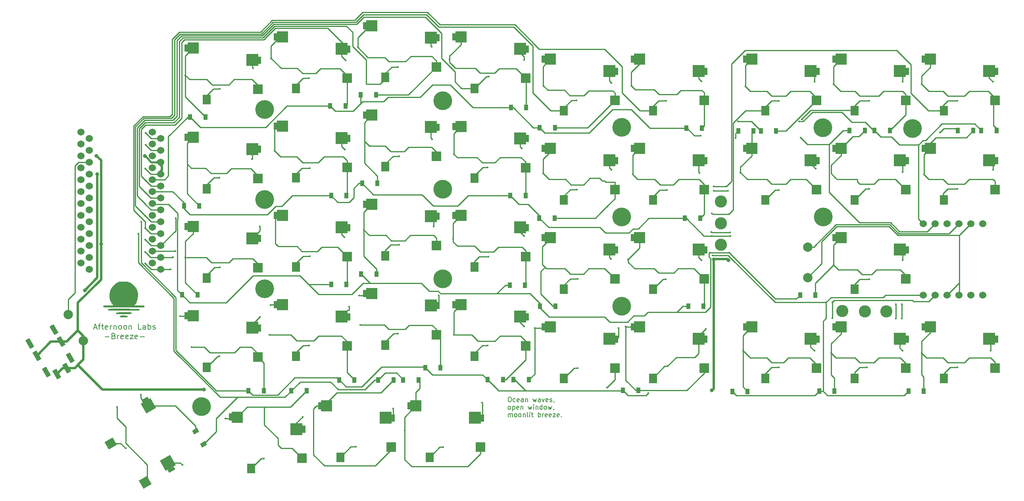
<source format=gbr>
%TF.GenerationSoftware,KiCad,Pcbnew,7.0.10*%
%TF.CreationDate,2024-03-24T21:28:29-04:00*%
%TF.ProjectId,Breeze,42726565-7a65-42e6-9b69-6361645f7063,Rev1.2*%
%TF.SameCoordinates,Original*%
%TF.FileFunction,Copper,L1,Top*%
%TF.FilePolarity,Positive*%
%FSLAX46Y46*%
G04 Gerber Fmt 4.6, Leading zero omitted, Abs format (unit mm)*
G04 Created by KiCad (PCBNEW 7.0.10) date 2024-03-24 21:28:29*
%MOMM*%
%LPD*%
G01*
G04 APERTURE LIST*
G04 Aperture macros list*
%AMRotRect*
0 Rectangle, with rotation*
0 The origin of the aperture is its center*
0 $1 length*
0 $2 width*
0 $3 Rotation angle, in degrees counterclockwise*
0 Add horizontal line*
21,1,$1,$2,0,0,$3*%
G04 Aperture macros list end*
%ADD10C,0.200000*%
%TA.AperFunction,NonConductor*%
%ADD11C,0.200000*%
%TD*%
%ADD12C,0.150000*%
%TA.AperFunction,NonConductor*%
%ADD13C,0.150000*%
%TD*%
%TA.AperFunction,EtchedComponent*%
%ADD14C,0.010000*%
%TD*%
%TA.AperFunction,ComponentPad*%
%ADD15RotRect,1.000000X2.100000X30.000000*%
%TD*%
%TA.AperFunction,ComponentPad*%
%ADD16C,1.524000*%
%TD*%
%TA.AperFunction,SMDPad,CuDef*%
%ADD17R,2.000000X2.000000*%
%TD*%
%TA.AperFunction,SMDPad,CuDef*%
%ADD18R,0.700000X1.500000*%
%TD*%
%TA.AperFunction,SMDPad,CuDef*%
%ADD19R,2.400000X2.400000*%
%TD*%
%TA.AperFunction,SMDPad,CuDef*%
%ADD20R,1.800000X2.000000*%
%TD*%
%TA.AperFunction,SMDPad,CuDef*%
%ADD21R,2.500000X2.500000*%
%TD*%
%TA.AperFunction,SMDPad,CuDef*%
%ADD22R,0.914400X1.219200*%
%TD*%
%TA.AperFunction,SMDPad,CuDef*%
%ADD23RotRect,0.914400X1.219200X120.000000*%
%TD*%
%TA.AperFunction,SMDPad,CuDef*%
%ADD24RotRect,2.400000X2.400000X120.000000*%
%TD*%
%TA.AperFunction,SMDPad,CuDef*%
%ADD25RotRect,0.700000X1.500000X300.000000*%
%TD*%
%TA.AperFunction,SMDPad,CuDef*%
%ADD26RotRect,2.000000X2.000000X120.000000*%
%TD*%
%TA.AperFunction,SMDPad,CuDef*%
%ADD27RotRect,1.800000X2.000000X120.000000*%
%TD*%
%TA.AperFunction,SMDPad,CuDef*%
%ADD28RotRect,2.500000X2.500000X120.000000*%
%TD*%
%TA.AperFunction,ComponentPad*%
%ADD29C,2.000000*%
%TD*%
%TA.AperFunction,ComponentPad*%
%ADD30C,4.000000*%
%TD*%
%TA.AperFunction,ComponentPad*%
%ADD31C,2.600000*%
%TD*%
%TA.AperFunction,ViaPad*%
%ADD32C,0.800000*%
%TD*%
%TA.AperFunction,ViaPad*%
%ADD33C,0.400000*%
%TD*%
%TA.AperFunction,Conductor*%
%ADD34C,0.500000*%
%TD*%
%TA.AperFunction,Conductor*%
%ADD35C,0.400000*%
%TD*%
%TA.AperFunction,Conductor*%
%ADD36C,0.250000*%
%TD*%
G04 APERTURE END LIST*
D10*
D11*
X119497144Y-162797885D02*
X120068573Y-162797885D01*
X119382858Y-163140742D02*
X119782858Y-161940742D01*
X119782858Y-161940742D02*
X120182858Y-163140742D01*
X120411429Y-162340742D02*
X120868572Y-162340742D01*
X120582858Y-163140742D02*
X120582858Y-162112171D01*
X120582858Y-162112171D02*
X120640001Y-161997885D01*
X120640001Y-161997885D02*
X120754286Y-161940742D01*
X120754286Y-161940742D02*
X120868572Y-161940742D01*
X121097143Y-162340742D02*
X121554286Y-162340742D01*
X121268572Y-161940742D02*
X121268572Y-162969314D01*
X121268572Y-162969314D02*
X121325715Y-163083600D01*
X121325715Y-163083600D02*
X121440000Y-163140742D01*
X121440000Y-163140742D02*
X121554286Y-163140742D01*
X122411429Y-163083600D02*
X122297143Y-163140742D01*
X122297143Y-163140742D02*
X122068572Y-163140742D01*
X122068572Y-163140742D02*
X121954286Y-163083600D01*
X121954286Y-163083600D02*
X121897143Y-162969314D01*
X121897143Y-162969314D02*
X121897143Y-162512171D01*
X121897143Y-162512171D02*
X121954286Y-162397885D01*
X121954286Y-162397885D02*
X122068572Y-162340742D01*
X122068572Y-162340742D02*
X122297143Y-162340742D01*
X122297143Y-162340742D02*
X122411429Y-162397885D01*
X122411429Y-162397885D02*
X122468572Y-162512171D01*
X122468572Y-162512171D02*
X122468572Y-162626457D01*
X122468572Y-162626457D02*
X121897143Y-162740742D01*
X122982857Y-163140742D02*
X122982857Y-162340742D01*
X122982857Y-162569314D02*
X123040000Y-162455028D01*
X123040000Y-162455028D02*
X123097143Y-162397885D01*
X123097143Y-162397885D02*
X123211428Y-162340742D01*
X123211428Y-162340742D02*
X123325714Y-162340742D01*
X123725714Y-162340742D02*
X123725714Y-163140742D01*
X123725714Y-162455028D02*
X123782857Y-162397885D01*
X123782857Y-162397885D02*
X123897142Y-162340742D01*
X123897142Y-162340742D02*
X124068571Y-162340742D01*
X124068571Y-162340742D02*
X124182857Y-162397885D01*
X124182857Y-162397885D02*
X124240000Y-162512171D01*
X124240000Y-162512171D02*
X124240000Y-163140742D01*
X124982856Y-163140742D02*
X124868571Y-163083600D01*
X124868571Y-163083600D02*
X124811428Y-163026457D01*
X124811428Y-163026457D02*
X124754285Y-162912171D01*
X124754285Y-162912171D02*
X124754285Y-162569314D01*
X124754285Y-162569314D02*
X124811428Y-162455028D01*
X124811428Y-162455028D02*
X124868571Y-162397885D01*
X124868571Y-162397885D02*
X124982856Y-162340742D01*
X124982856Y-162340742D02*
X125154285Y-162340742D01*
X125154285Y-162340742D02*
X125268571Y-162397885D01*
X125268571Y-162397885D02*
X125325714Y-162455028D01*
X125325714Y-162455028D02*
X125382856Y-162569314D01*
X125382856Y-162569314D02*
X125382856Y-162912171D01*
X125382856Y-162912171D02*
X125325714Y-163026457D01*
X125325714Y-163026457D02*
X125268571Y-163083600D01*
X125268571Y-163083600D02*
X125154285Y-163140742D01*
X125154285Y-163140742D02*
X124982856Y-163140742D01*
X126068570Y-163140742D02*
X125954285Y-163083600D01*
X125954285Y-163083600D02*
X125897142Y-163026457D01*
X125897142Y-163026457D02*
X125839999Y-162912171D01*
X125839999Y-162912171D02*
X125839999Y-162569314D01*
X125839999Y-162569314D02*
X125897142Y-162455028D01*
X125897142Y-162455028D02*
X125954285Y-162397885D01*
X125954285Y-162397885D02*
X126068570Y-162340742D01*
X126068570Y-162340742D02*
X126239999Y-162340742D01*
X126239999Y-162340742D02*
X126354285Y-162397885D01*
X126354285Y-162397885D02*
X126411428Y-162455028D01*
X126411428Y-162455028D02*
X126468570Y-162569314D01*
X126468570Y-162569314D02*
X126468570Y-162912171D01*
X126468570Y-162912171D02*
X126411428Y-163026457D01*
X126411428Y-163026457D02*
X126354285Y-163083600D01*
X126354285Y-163083600D02*
X126239999Y-163140742D01*
X126239999Y-163140742D02*
X126068570Y-163140742D01*
X126982856Y-162340742D02*
X126982856Y-163140742D01*
X126982856Y-162455028D02*
X127039999Y-162397885D01*
X127039999Y-162397885D02*
X127154284Y-162340742D01*
X127154284Y-162340742D02*
X127325713Y-162340742D01*
X127325713Y-162340742D02*
X127439999Y-162397885D01*
X127439999Y-162397885D02*
X127497142Y-162512171D01*
X127497142Y-162512171D02*
X127497142Y-163140742D01*
X129554284Y-163140742D02*
X128982856Y-163140742D01*
X128982856Y-163140742D02*
X128982856Y-161940742D01*
X130468571Y-163140742D02*
X130468571Y-162512171D01*
X130468571Y-162512171D02*
X130411428Y-162397885D01*
X130411428Y-162397885D02*
X130297142Y-162340742D01*
X130297142Y-162340742D02*
X130068571Y-162340742D01*
X130068571Y-162340742D02*
X129954285Y-162397885D01*
X130468571Y-163083600D02*
X130354285Y-163140742D01*
X130354285Y-163140742D02*
X130068571Y-163140742D01*
X130068571Y-163140742D02*
X129954285Y-163083600D01*
X129954285Y-163083600D02*
X129897142Y-162969314D01*
X129897142Y-162969314D02*
X129897142Y-162855028D01*
X129897142Y-162855028D02*
X129954285Y-162740742D01*
X129954285Y-162740742D02*
X130068571Y-162683600D01*
X130068571Y-162683600D02*
X130354285Y-162683600D01*
X130354285Y-162683600D02*
X130468571Y-162626457D01*
X131039999Y-163140742D02*
X131039999Y-161940742D01*
X131039999Y-162397885D02*
X131154285Y-162340742D01*
X131154285Y-162340742D02*
X131382856Y-162340742D01*
X131382856Y-162340742D02*
X131497142Y-162397885D01*
X131497142Y-162397885D02*
X131554285Y-162455028D01*
X131554285Y-162455028D02*
X131611427Y-162569314D01*
X131611427Y-162569314D02*
X131611427Y-162912171D01*
X131611427Y-162912171D02*
X131554285Y-163026457D01*
X131554285Y-163026457D02*
X131497142Y-163083600D01*
X131497142Y-163083600D02*
X131382856Y-163140742D01*
X131382856Y-163140742D02*
X131154285Y-163140742D01*
X131154285Y-163140742D02*
X131039999Y-163083600D01*
X132068570Y-163083600D02*
X132182856Y-163140742D01*
X132182856Y-163140742D02*
X132411427Y-163140742D01*
X132411427Y-163140742D02*
X132525713Y-163083600D01*
X132525713Y-163083600D02*
X132582856Y-162969314D01*
X132582856Y-162969314D02*
X132582856Y-162912171D01*
X132582856Y-162912171D02*
X132525713Y-162797885D01*
X132525713Y-162797885D02*
X132411427Y-162740742D01*
X132411427Y-162740742D02*
X132239999Y-162740742D01*
X132239999Y-162740742D02*
X132125713Y-162683600D01*
X132125713Y-162683600D02*
X132068570Y-162569314D01*
X132068570Y-162569314D02*
X132068570Y-162512171D01*
X132068570Y-162512171D02*
X132125713Y-162397885D01*
X132125713Y-162397885D02*
X132239999Y-162340742D01*
X132239999Y-162340742D02*
X132411427Y-162340742D01*
X132411427Y-162340742D02*
X132525713Y-162397885D01*
D10*
D11*
X121840001Y-164715600D02*
X122754287Y-164715600D01*
X123725715Y-164544171D02*
X123897143Y-164601314D01*
X123897143Y-164601314D02*
X123954286Y-164658457D01*
X123954286Y-164658457D02*
X124011429Y-164772742D01*
X124011429Y-164772742D02*
X124011429Y-164944171D01*
X124011429Y-164944171D02*
X123954286Y-165058457D01*
X123954286Y-165058457D02*
X123897143Y-165115600D01*
X123897143Y-165115600D02*
X123782858Y-165172742D01*
X123782858Y-165172742D02*
X123325715Y-165172742D01*
X123325715Y-165172742D02*
X123325715Y-163972742D01*
X123325715Y-163972742D02*
X123725715Y-163972742D01*
X123725715Y-163972742D02*
X123840001Y-164029885D01*
X123840001Y-164029885D02*
X123897143Y-164087028D01*
X123897143Y-164087028D02*
X123954286Y-164201314D01*
X123954286Y-164201314D02*
X123954286Y-164315600D01*
X123954286Y-164315600D02*
X123897143Y-164429885D01*
X123897143Y-164429885D02*
X123840001Y-164487028D01*
X123840001Y-164487028D02*
X123725715Y-164544171D01*
X123725715Y-164544171D02*
X123325715Y-164544171D01*
X124525715Y-165172742D02*
X124525715Y-164372742D01*
X124525715Y-164601314D02*
X124582858Y-164487028D01*
X124582858Y-164487028D02*
X124640001Y-164429885D01*
X124640001Y-164429885D02*
X124754286Y-164372742D01*
X124754286Y-164372742D02*
X124868572Y-164372742D01*
X125725715Y-165115600D02*
X125611429Y-165172742D01*
X125611429Y-165172742D02*
X125382858Y-165172742D01*
X125382858Y-165172742D02*
X125268572Y-165115600D01*
X125268572Y-165115600D02*
X125211429Y-165001314D01*
X125211429Y-165001314D02*
X125211429Y-164544171D01*
X125211429Y-164544171D02*
X125268572Y-164429885D01*
X125268572Y-164429885D02*
X125382858Y-164372742D01*
X125382858Y-164372742D02*
X125611429Y-164372742D01*
X125611429Y-164372742D02*
X125725715Y-164429885D01*
X125725715Y-164429885D02*
X125782858Y-164544171D01*
X125782858Y-164544171D02*
X125782858Y-164658457D01*
X125782858Y-164658457D02*
X125211429Y-164772742D01*
X126754286Y-165115600D02*
X126640000Y-165172742D01*
X126640000Y-165172742D02*
X126411429Y-165172742D01*
X126411429Y-165172742D02*
X126297143Y-165115600D01*
X126297143Y-165115600D02*
X126240000Y-165001314D01*
X126240000Y-165001314D02*
X126240000Y-164544171D01*
X126240000Y-164544171D02*
X126297143Y-164429885D01*
X126297143Y-164429885D02*
X126411429Y-164372742D01*
X126411429Y-164372742D02*
X126640000Y-164372742D01*
X126640000Y-164372742D02*
X126754286Y-164429885D01*
X126754286Y-164429885D02*
X126811429Y-164544171D01*
X126811429Y-164544171D02*
X126811429Y-164658457D01*
X126811429Y-164658457D02*
X126240000Y-164772742D01*
X127211428Y-164372742D02*
X127840000Y-164372742D01*
X127840000Y-164372742D02*
X127211428Y-165172742D01*
X127211428Y-165172742D02*
X127840000Y-165172742D01*
X128754286Y-165115600D02*
X128640000Y-165172742D01*
X128640000Y-165172742D02*
X128411429Y-165172742D01*
X128411429Y-165172742D02*
X128297143Y-165115600D01*
X128297143Y-165115600D02*
X128240000Y-165001314D01*
X128240000Y-165001314D02*
X128240000Y-164544171D01*
X128240000Y-164544171D02*
X128297143Y-164429885D01*
X128297143Y-164429885D02*
X128411429Y-164372742D01*
X128411429Y-164372742D02*
X128640000Y-164372742D01*
X128640000Y-164372742D02*
X128754286Y-164429885D01*
X128754286Y-164429885D02*
X128811429Y-164544171D01*
X128811429Y-164544171D02*
X128811429Y-164658457D01*
X128811429Y-164658457D02*
X128240000Y-164772742D01*
X129325714Y-164715600D02*
X130240000Y-164715600D01*
D12*
D13*
X208117255Y-177611819D02*
X208307731Y-177611819D01*
X208307731Y-177611819D02*
X208402969Y-177659438D01*
X208402969Y-177659438D02*
X208498207Y-177754676D01*
X208498207Y-177754676D02*
X208545826Y-177945152D01*
X208545826Y-177945152D02*
X208545826Y-178278485D01*
X208545826Y-178278485D02*
X208498207Y-178468961D01*
X208498207Y-178468961D02*
X208402969Y-178564200D01*
X208402969Y-178564200D02*
X208307731Y-178611819D01*
X208307731Y-178611819D02*
X208117255Y-178611819D01*
X208117255Y-178611819D02*
X208022017Y-178564200D01*
X208022017Y-178564200D02*
X207926779Y-178468961D01*
X207926779Y-178468961D02*
X207879160Y-178278485D01*
X207879160Y-178278485D02*
X207879160Y-177945152D01*
X207879160Y-177945152D02*
X207926779Y-177754676D01*
X207926779Y-177754676D02*
X208022017Y-177659438D01*
X208022017Y-177659438D02*
X208117255Y-177611819D01*
X209402969Y-178564200D02*
X209307731Y-178611819D01*
X209307731Y-178611819D02*
X209117255Y-178611819D01*
X209117255Y-178611819D02*
X209022017Y-178564200D01*
X209022017Y-178564200D02*
X208974398Y-178516580D01*
X208974398Y-178516580D02*
X208926779Y-178421342D01*
X208926779Y-178421342D02*
X208926779Y-178135628D01*
X208926779Y-178135628D02*
X208974398Y-178040390D01*
X208974398Y-178040390D02*
X209022017Y-177992771D01*
X209022017Y-177992771D02*
X209117255Y-177945152D01*
X209117255Y-177945152D02*
X209307731Y-177945152D01*
X209307731Y-177945152D02*
X209402969Y-177992771D01*
X210212493Y-178564200D02*
X210117255Y-178611819D01*
X210117255Y-178611819D02*
X209926779Y-178611819D01*
X209926779Y-178611819D02*
X209831541Y-178564200D01*
X209831541Y-178564200D02*
X209783922Y-178468961D01*
X209783922Y-178468961D02*
X209783922Y-178088009D01*
X209783922Y-178088009D02*
X209831541Y-177992771D01*
X209831541Y-177992771D02*
X209926779Y-177945152D01*
X209926779Y-177945152D02*
X210117255Y-177945152D01*
X210117255Y-177945152D02*
X210212493Y-177992771D01*
X210212493Y-177992771D02*
X210260112Y-178088009D01*
X210260112Y-178088009D02*
X210260112Y-178183247D01*
X210260112Y-178183247D02*
X209783922Y-178278485D01*
X211117255Y-178611819D02*
X211117255Y-178088009D01*
X211117255Y-178088009D02*
X211069636Y-177992771D01*
X211069636Y-177992771D02*
X210974398Y-177945152D01*
X210974398Y-177945152D02*
X210783922Y-177945152D01*
X210783922Y-177945152D02*
X210688684Y-177992771D01*
X211117255Y-178564200D02*
X211022017Y-178611819D01*
X211022017Y-178611819D02*
X210783922Y-178611819D01*
X210783922Y-178611819D02*
X210688684Y-178564200D01*
X210688684Y-178564200D02*
X210641065Y-178468961D01*
X210641065Y-178468961D02*
X210641065Y-178373723D01*
X210641065Y-178373723D02*
X210688684Y-178278485D01*
X210688684Y-178278485D02*
X210783922Y-178230866D01*
X210783922Y-178230866D02*
X211022017Y-178230866D01*
X211022017Y-178230866D02*
X211117255Y-178183247D01*
X211593446Y-177945152D02*
X211593446Y-178611819D01*
X211593446Y-178040390D02*
X211641065Y-177992771D01*
X211641065Y-177992771D02*
X211736303Y-177945152D01*
X211736303Y-177945152D02*
X211879160Y-177945152D01*
X211879160Y-177945152D02*
X211974398Y-177992771D01*
X211974398Y-177992771D02*
X212022017Y-178088009D01*
X212022017Y-178088009D02*
X212022017Y-178611819D01*
X213164875Y-177945152D02*
X213355351Y-178611819D01*
X213355351Y-178611819D02*
X213545827Y-178135628D01*
X213545827Y-178135628D02*
X213736303Y-178611819D01*
X213736303Y-178611819D02*
X213926779Y-177945152D01*
X214736303Y-178611819D02*
X214736303Y-178088009D01*
X214736303Y-178088009D02*
X214688684Y-177992771D01*
X214688684Y-177992771D02*
X214593446Y-177945152D01*
X214593446Y-177945152D02*
X214402970Y-177945152D01*
X214402970Y-177945152D02*
X214307732Y-177992771D01*
X214736303Y-178564200D02*
X214641065Y-178611819D01*
X214641065Y-178611819D02*
X214402970Y-178611819D01*
X214402970Y-178611819D02*
X214307732Y-178564200D01*
X214307732Y-178564200D02*
X214260113Y-178468961D01*
X214260113Y-178468961D02*
X214260113Y-178373723D01*
X214260113Y-178373723D02*
X214307732Y-178278485D01*
X214307732Y-178278485D02*
X214402970Y-178230866D01*
X214402970Y-178230866D02*
X214641065Y-178230866D01*
X214641065Y-178230866D02*
X214736303Y-178183247D01*
X215117256Y-177945152D02*
X215355351Y-178611819D01*
X215355351Y-178611819D02*
X215593446Y-177945152D01*
X216355351Y-178564200D02*
X216260113Y-178611819D01*
X216260113Y-178611819D02*
X216069637Y-178611819D01*
X216069637Y-178611819D02*
X215974399Y-178564200D01*
X215974399Y-178564200D02*
X215926780Y-178468961D01*
X215926780Y-178468961D02*
X215926780Y-178088009D01*
X215926780Y-178088009D02*
X215974399Y-177992771D01*
X215974399Y-177992771D02*
X216069637Y-177945152D01*
X216069637Y-177945152D02*
X216260113Y-177945152D01*
X216260113Y-177945152D02*
X216355351Y-177992771D01*
X216355351Y-177992771D02*
X216402970Y-178088009D01*
X216402970Y-178088009D02*
X216402970Y-178183247D01*
X216402970Y-178183247D02*
X215926780Y-178278485D01*
X216783923Y-178564200D02*
X216879161Y-178611819D01*
X216879161Y-178611819D02*
X217069637Y-178611819D01*
X217069637Y-178611819D02*
X217164875Y-178564200D01*
X217164875Y-178564200D02*
X217212494Y-178468961D01*
X217212494Y-178468961D02*
X217212494Y-178421342D01*
X217212494Y-178421342D02*
X217164875Y-178326104D01*
X217164875Y-178326104D02*
X217069637Y-178278485D01*
X217069637Y-178278485D02*
X216926780Y-178278485D01*
X216926780Y-178278485D02*
X216831542Y-178230866D01*
X216831542Y-178230866D02*
X216783923Y-178135628D01*
X216783923Y-178135628D02*
X216783923Y-178088009D01*
X216783923Y-178088009D02*
X216831542Y-177992771D01*
X216831542Y-177992771D02*
X216926780Y-177945152D01*
X216926780Y-177945152D02*
X217069637Y-177945152D01*
X217069637Y-177945152D02*
X217164875Y-177992771D01*
X217688685Y-178564200D02*
X217688685Y-178611819D01*
X217688685Y-178611819D02*
X217641066Y-178707057D01*
X217641066Y-178707057D02*
X217593447Y-178754676D01*
X208069636Y-180221819D02*
X207974398Y-180174200D01*
X207974398Y-180174200D02*
X207926779Y-180126580D01*
X207926779Y-180126580D02*
X207879160Y-180031342D01*
X207879160Y-180031342D02*
X207879160Y-179745628D01*
X207879160Y-179745628D02*
X207926779Y-179650390D01*
X207926779Y-179650390D02*
X207974398Y-179602771D01*
X207974398Y-179602771D02*
X208069636Y-179555152D01*
X208069636Y-179555152D02*
X208212493Y-179555152D01*
X208212493Y-179555152D02*
X208307731Y-179602771D01*
X208307731Y-179602771D02*
X208355350Y-179650390D01*
X208355350Y-179650390D02*
X208402969Y-179745628D01*
X208402969Y-179745628D02*
X208402969Y-180031342D01*
X208402969Y-180031342D02*
X208355350Y-180126580D01*
X208355350Y-180126580D02*
X208307731Y-180174200D01*
X208307731Y-180174200D02*
X208212493Y-180221819D01*
X208212493Y-180221819D02*
X208069636Y-180221819D01*
X208831541Y-179555152D02*
X208831541Y-180555152D01*
X208831541Y-179602771D02*
X208926779Y-179555152D01*
X208926779Y-179555152D02*
X209117255Y-179555152D01*
X209117255Y-179555152D02*
X209212493Y-179602771D01*
X209212493Y-179602771D02*
X209260112Y-179650390D01*
X209260112Y-179650390D02*
X209307731Y-179745628D01*
X209307731Y-179745628D02*
X209307731Y-180031342D01*
X209307731Y-180031342D02*
X209260112Y-180126580D01*
X209260112Y-180126580D02*
X209212493Y-180174200D01*
X209212493Y-180174200D02*
X209117255Y-180221819D01*
X209117255Y-180221819D02*
X208926779Y-180221819D01*
X208926779Y-180221819D02*
X208831541Y-180174200D01*
X210117255Y-180174200D02*
X210022017Y-180221819D01*
X210022017Y-180221819D02*
X209831541Y-180221819D01*
X209831541Y-180221819D02*
X209736303Y-180174200D01*
X209736303Y-180174200D02*
X209688684Y-180078961D01*
X209688684Y-180078961D02*
X209688684Y-179698009D01*
X209688684Y-179698009D02*
X209736303Y-179602771D01*
X209736303Y-179602771D02*
X209831541Y-179555152D01*
X209831541Y-179555152D02*
X210022017Y-179555152D01*
X210022017Y-179555152D02*
X210117255Y-179602771D01*
X210117255Y-179602771D02*
X210164874Y-179698009D01*
X210164874Y-179698009D02*
X210164874Y-179793247D01*
X210164874Y-179793247D02*
X209688684Y-179888485D01*
X210593446Y-179555152D02*
X210593446Y-180221819D01*
X210593446Y-179650390D02*
X210641065Y-179602771D01*
X210641065Y-179602771D02*
X210736303Y-179555152D01*
X210736303Y-179555152D02*
X210879160Y-179555152D01*
X210879160Y-179555152D02*
X210974398Y-179602771D01*
X210974398Y-179602771D02*
X211022017Y-179698009D01*
X211022017Y-179698009D02*
X211022017Y-180221819D01*
X212164875Y-179555152D02*
X212355351Y-180221819D01*
X212355351Y-180221819D02*
X212545827Y-179745628D01*
X212545827Y-179745628D02*
X212736303Y-180221819D01*
X212736303Y-180221819D02*
X212926779Y-179555152D01*
X213307732Y-180221819D02*
X213307732Y-179555152D01*
X213307732Y-179221819D02*
X213260113Y-179269438D01*
X213260113Y-179269438D02*
X213307732Y-179317057D01*
X213307732Y-179317057D02*
X213355351Y-179269438D01*
X213355351Y-179269438D02*
X213307732Y-179221819D01*
X213307732Y-179221819D02*
X213307732Y-179317057D01*
X213783922Y-179555152D02*
X213783922Y-180221819D01*
X213783922Y-179650390D02*
X213831541Y-179602771D01*
X213831541Y-179602771D02*
X213926779Y-179555152D01*
X213926779Y-179555152D02*
X214069636Y-179555152D01*
X214069636Y-179555152D02*
X214164874Y-179602771D01*
X214164874Y-179602771D02*
X214212493Y-179698009D01*
X214212493Y-179698009D02*
X214212493Y-180221819D01*
X215117255Y-180221819D02*
X215117255Y-179221819D01*
X215117255Y-180174200D02*
X215022017Y-180221819D01*
X215022017Y-180221819D02*
X214831541Y-180221819D01*
X214831541Y-180221819D02*
X214736303Y-180174200D01*
X214736303Y-180174200D02*
X214688684Y-180126580D01*
X214688684Y-180126580D02*
X214641065Y-180031342D01*
X214641065Y-180031342D02*
X214641065Y-179745628D01*
X214641065Y-179745628D02*
X214688684Y-179650390D01*
X214688684Y-179650390D02*
X214736303Y-179602771D01*
X214736303Y-179602771D02*
X214831541Y-179555152D01*
X214831541Y-179555152D02*
X215022017Y-179555152D01*
X215022017Y-179555152D02*
X215117255Y-179602771D01*
X215736303Y-180221819D02*
X215641065Y-180174200D01*
X215641065Y-180174200D02*
X215593446Y-180126580D01*
X215593446Y-180126580D02*
X215545827Y-180031342D01*
X215545827Y-180031342D02*
X215545827Y-179745628D01*
X215545827Y-179745628D02*
X215593446Y-179650390D01*
X215593446Y-179650390D02*
X215641065Y-179602771D01*
X215641065Y-179602771D02*
X215736303Y-179555152D01*
X215736303Y-179555152D02*
X215879160Y-179555152D01*
X215879160Y-179555152D02*
X215974398Y-179602771D01*
X215974398Y-179602771D02*
X216022017Y-179650390D01*
X216022017Y-179650390D02*
X216069636Y-179745628D01*
X216069636Y-179745628D02*
X216069636Y-180031342D01*
X216069636Y-180031342D02*
X216022017Y-180126580D01*
X216022017Y-180126580D02*
X215974398Y-180174200D01*
X215974398Y-180174200D02*
X215879160Y-180221819D01*
X215879160Y-180221819D02*
X215736303Y-180221819D01*
X216402970Y-179555152D02*
X216593446Y-180221819D01*
X216593446Y-180221819D02*
X216783922Y-179745628D01*
X216783922Y-179745628D02*
X216974398Y-180221819D01*
X216974398Y-180221819D02*
X217164874Y-179555152D01*
X217593446Y-180174200D02*
X217593446Y-180221819D01*
X217593446Y-180221819D02*
X217545827Y-180317057D01*
X217545827Y-180317057D02*
X217498208Y-180364676D01*
X207926779Y-181831819D02*
X207926779Y-181165152D01*
X207926779Y-181260390D02*
X207974398Y-181212771D01*
X207974398Y-181212771D02*
X208069636Y-181165152D01*
X208069636Y-181165152D02*
X208212493Y-181165152D01*
X208212493Y-181165152D02*
X208307731Y-181212771D01*
X208307731Y-181212771D02*
X208355350Y-181308009D01*
X208355350Y-181308009D02*
X208355350Y-181831819D01*
X208355350Y-181308009D02*
X208402969Y-181212771D01*
X208402969Y-181212771D02*
X208498207Y-181165152D01*
X208498207Y-181165152D02*
X208641064Y-181165152D01*
X208641064Y-181165152D02*
X208736303Y-181212771D01*
X208736303Y-181212771D02*
X208783922Y-181308009D01*
X208783922Y-181308009D02*
X208783922Y-181831819D01*
X209402969Y-181831819D02*
X209307731Y-181784200D01*
X209307731Y-181784200D02*
X209260112Y-181736580D01*
X209260112Y-181736580D02*
X209212493Y-181641342D01*
X209212493Y-181641342D02*
X209212493Y-181355628D01*
X209212493Y-181355628D02*
X209260112Y-181260390D01*
X209260112Y-181260390D02*
X209307731Y-181212771D01*
X209307731Y-181212771D02*
X209402969Y-181165152D01*
X209402969Y-181165152D02*
X209545826Y-181165152D01*
X209545826Y-181165152D02*
X209641064Y-181212771D01*
X209641064Y-181212771D02*
X209688683Y-181260390D01*
X209688683Y-181260390D02*
X209736302Y-181355628D01*
X209736302Y-181355628D02*
X209736302Y-181641342D01*
X209736302Y-181641342D02*
X209688683Y-181736580D01*
X209688683Y-181736580D02*
X209641064Y-181784200D01*
X209641064Y-181784200D02*
X209545826Y-181831819D01*
X209545826Y-181831819D02*
X209402969Y-181831819D01*
X210307731Y-181831819D02*
X210212493Y-181784200D01*
X210212493Y-181784200D02*
X210164874Y-181736580D01*
X210164874Y-181736580D02*
X210117255Y-181641342D01*
X210117255Y-181641342D02*
X210117255Y-181355628D01*
X210117255Y-181355628D02*
X210164874Y-181260390D01*
X210164874Y-181260390D02*
X210212493Y-181212771D01*
X210212493Y-181212771D02*
X210307731Y-181165152D01*
X210307731Y-181165152D02*
X210450588Y-181165152D01*
X210450588Y-181165152D02*
X210545826Y-181212771D01*
X210545826Y-181212771D02*
X210593445Y-181260390D01*
X210593445Y-181260390D02*
X210641064Y-181355628D01*
X210641064Y-181355628D02*
X210641064Y-181641342D01*
X210641064Y-181641342D02*
X210593445Y-181736580D01*
X210593445Y-181736580D02*
X210545826Y-181784200D01*
X210545826Y-181784200D02*
X210450588Y-181831819D01*
X210450588Y-181831819D02*
X210307731Y-181831819D01*
X211069636Y-181165152D02*
X211069636Y-181831819D01*
X211069636Y-181260390D02*
X211117255Y-181212771D01*
X211117255Y-181212771D02*
X211212493Y-181165152D01*
X211212493Y-181165152D02*
X211355350Y-181165152D01*
X211355350Y-181165152D02*
X211450588Y-181212771D01*
X211450588Y-181212771D02*
X211498207Y-181308009D01*
X211498207Y-181308009D02*
X211498207Y-181831819D01*
X212117255Y-181831819D02*
X212022017Y-181784200D01*
X212022017Y-181784200D02*
X211974398Y-181688961D01*
X211974398Y-181688961D02*
X211974398Y-180831819D01*
X212498208Y-181831819D02*
X212498208Y-181165152D01*
X212498208Y-180831819D02*
X212450589Y-180879438D01*
X212450589Y-180879438D02*
X212498208Y-180927057D01*
X212498208Y-180927057D02*
X212545827Y-180879438D01*
X212545827Y-180879438D02*
X212498208Y-180831819D01*
X212498208Y-180831819D02*
X212498208Y-180927057D01*
X212831541Y-181165152D02*
X213212493Y-181165152D01*
X212974398Y-180831819D02*
X212974398Y-181688961D01*
X212974398Y-181688961D02*
X213022017Y-181784200D01*
X213022017Y-181784200D02*
X213117255Y-181831819D01*
X213117255Y-181831819D02*
X213212493Y-181831819D01*
X214307732Y-181831819D02*
X214307732Y-180831819D01*
X214307732Y-181212771D02*
X214402970Y-181165152D01*
X214402970Y-181165152D02*
X214593446Y-181165152D01*
X214593446Y-181165152D02*
X214688684Y-181212771D01*
X214688684Y-181212771D02*
X214736303Y-181260390D01*
X214736303Y-181260390D02*
X214783922Y-181355628D01*
X214783922Y-181355628D02*
X214783922Y-181641342D01*
X214783922Y-181641342D02*
X214736303Y-181736580D01*
X214736303Y-181736580D02*
X214688684Y-181784200D01*
X214688684Y-181784200D02*
X214593446Y-181831819D01*
X214593446Y-181831819D02*
X214402970Y-181831819D01*
X214402970Y-181831819D02*
X214307732Y-181784200D01*
X215212494Y-181831819D02*
X215212494Y-181165152D01*
X215212494Y-181355628D02*
X215260113Y-181260390D01*
X215260113Y-181260390D02*
X215307732Y-181212771D01*
X215307732Y-181212771D02*
X215402970Y-181165152D01*
X215402970Y-181165152D02*
X215498208Y-181165152D01*
X216212494Y-181784200D02*
X216117256Y-181831819D01*
X216117256Y-181831819D02*
X215926780Y-181831819D01*
X215926780Y-181831819D02*
X215831542Y-181784200D01*
X215831542Y-181784200D02*
X215783923Y-181688961D01*
X215783923Y-181688961D02*
X215783923Y-181308009D01*
X215783923Y-181308009D02*
X215831542Y-181212771D01*
X215831542Y-181212771D02*
X215926780Y-181165152D01*
X215926780Y-181165152D02*
X216117256Y-181165152D01*
X216117256Y-181165152D02*
X216212494Y-181212771D01*
X216212494Y-181212771D02*
X216260113Y-181308009D01*
X216260113Y-181308009D02*
X216260113Y-181403247D01*
X216260113Y-181403247D02*
X215783923Y-181498485D01*
X217069637Y-181784200D02*
X216974399Y-181831819D01*
X216974399Y-181831819D02*
X216783923Y-181831819D01*
X216783923Y-181831819D02*
X216688685Y-181784200D01*
X216688685Y-181784200D02*
X216641066Y-181688961D01*
X216641066Y-181688961D02*
X216641066Y-181308009D01*
X216641066Y-181308009D02*
X216688685Y-181212771D01*
X216688685Y-181212771D02*
X216783923Y-181165152D01*
X216783923Y-181165152D02*
X216974399Y-181165152D01*
X216974399Y-181165152D02*
X217069637Y-181212771D01*
X217069637Y-181212771D02*
X217117256Y-181308009D01*
X217117256Y-181308009D02*
X217117256Y-181403247D01*
X217117256Y-181403247D02*
X216641066Y-181498485D01*
X217450590Y-181165152D02*
X217974399Y-181165152D01*
X217974399Y-181165152D02*
X217450590Y-181831819D01*
X217450590Y-181831819D02*
X217974399Y-181831819D01*
X218736304Y-181784200D02*
X218641066Y-181831819D01*
X218641066Y-181831819D02*
X218450590Y-181831819D01*
X218450590Y-181831819D02*
X218355352Y-181784200D01*
X218355352Y-181784200D02*
X218307733Y-181688961D01*
X218307733Y-181688961D02*
X218307733Y-181308009D01*
X218307733Y-181308009D02*
X218355352Y-181212771D01*
X218355352Y-181212771D02*
X218450590Y-181165152D01*
X218450590Y-181165152D02*
X218641066Y-181165152D01*
X218641066Y-181165152D02*
X218736304Y-181212771D01*
X218736304Y-181212771D02*
X218783923Y-181308009D01*
X218783923Y-181308009D02*
X218783923Y-181403247D01*
X218783923Y-181403247D02*
X218307733Y-181498485D01*
X219212495Y-181736580D02*
X219260114Y-181784200D01*
X219260114Y-181784200D02*
X219212495Y-181831819D01*
X219212495Y-181831819D02*
X219164876Y-181784200D01*
X219164876Y-181784200D02*
X219212495Y-181736580D01*
X219212495Y-181736580D02*
X219212495Y-181831819D01*
%TO.C,LGO1*%
D14*
X125857603Y-160208861D02*
X126213147Y-160226480D01*
X126432415Y-160254155D01*
X126548451Y-160299618D01*
X126594296Y-160370600D01*
X126596772Y-160381834D01*
X126593482Y-160452373D01*
X126530600Y-160496325D01*
X126377829Y-160519796D01*
X126104872Y-160528896D01*
X125861872Y-160530000D01*
X125478438Y-160519956D01*
X125199246Y-160492000D01*
X125053359Y-160449392D01*
X125041774Y-160437956D01*
X125022375Y-160321440D01*
X125140802Y-160245983D01*
X125406285Y-160208993D01*
X125828060Y-160207877D01*
X125857603Y-160208861D01*
%TA.AperFunction,EtchedComponent*%
G36*
X125857603Y-160208861D02*
G01*
X126213147Y-160226480D01*
X126432415Y-160254155D01*
X126548451Y-160299618D01*
X126594296Y-160370600D01*
X126596772Y-160381834D01*
X126593482Y-160452373D01*
X126530600Y-160496325D01*
X126377829Y-160519796D01*
X126104872Y-160528896D01*
X125861872Y-160530000D01*
X125478438Y-160519956D01*
X125199246Y-160492000D01*
X125053359Y-160449392D01*
X125041774Y-160437956D01*
X125022375Y-160321440D01*
X125140802Y-160245983D01*
X125406285Y-160208993D01*
X125828060Y-160207877D01*
X125857603Y-160208861D01*
G37*
%TD.AperFunction*%
X125244610Y-158766539D02*
X125962889Y-158770642D01*
X125976528Y-158770744D01*
X126789483Y-158777333D01*
X127449180Y-158784200D01*
X127971693Y-158792219D01*
X128373095Y-158802262D01*
X128669460Y-158815204D01*
X128876863Y-158831919D01*
X129011377Y-158853280D01*
X129089076Y-158880160D01*
X129126033Y-158913434D01*
X129136569Y-158942500D01*
X129135263Y-158979742D01*
X129105423Y-159010182D01*
X129031761Y-159034502D01*
X128898989Y-159053384D01*
X128691821Y-159067509D01*
X128394970Y-159077560D01*
X127993146Y-159084218D01*
X127471064Y-159088165D01*
X126813436Y-159090083D01*
X126004974Y-159090654D01*
X125814542Y-159090667D01*
X124963044Y-159089996D01*
X124266033Y-159087614D01*
X123708665Y-159082964D01*
X123276096Y-159075492D01*
X122953483Y-159064642D01*
X122725984Y-159049858D01*
X122578755Y-159030586D01*
X122496952Y-159006268D01*
X122465732Y-158976351D01*
X122464000Y-158965280D01*
X122535764Y-158849941D01*
X122654500Y-158793524D01*
X122780584Y-158783575D01*
X123055812Y-158775622D01*
X123460007Y-158769803D01*
X123972991Y-158766258D01*
X124574584Y-158765123D01*
X125244610Y-158766539D01*
%TA.AperFunction,EtchedComponent*%
G36*
X125244610Y-158766539D02*
G01*
X125962889Y-158770642D01*
X125976528Y-158770744D01*
X126789483Y-158777333D01*
X127449180Y-158784200D01*
X127971693Y-158792219D01*
X128373095Y-158802262D01*
X128669460Y-158815204D01*
X128876863Y-158831919D01*
X129011377Y-158853280D01*
X129089076Y-158880160D01*
X129126033Y-158913434D01*
X129136569Y-158942500D01*
X129135263Y-158979742D01*
X129105423Y-159010182D01*
X129031761Y-159034502D01*
X128898989Y-159053384D01*
X128691821Y-159067509D01*
X128394970Y-159077560D01*
X127993146Y-159084218D01*
X127471064Y-159088165D01*
X126813436Y-159090083D01*
X126004974Y-159090654D01*
X125814542Y-159090667D01*
X124963044Y-159089996D01*
X124266033Y-159087614D01*
X123708665Y-159082964D01*
X123276096Y-159075492D01*
X122953483Y-159064642D01*
X122725984Y-159049858D01*
X122578755Y-159030586D01*
X122496952Y-159006268D01*
X122465732Y-158976351D01*
X122464000Y-158965280D01*
X122535764Y-158849941D01*
X122654500Y-158793524D01*
X122780584Y-158783575D01*
X123055812Y-158775622D01*
X123460007Y-158769803D01*
X123972991Y-158766258D01*
X124574584Y-158765123D01*
X125244610Y-158766539D01*
G37*
%TD.AperFunction*%
X126218940Y-152957442D02*
X126513663Y-152979064D01*
X126745807Y-153026710D01*
X126968674Y-153109870D01*
X127136761Y-153188912D01*
X127628383Y-153506137D01*
X128080477Y-153937240D01*
X128447243Y-154432252D01*
X128646846Y-154836450D01*
X128792258Y-155413846D01*
X128823715Y-156031964D01*
X128747269Y-156645920D01*
X128568967Y-157210832D01*
X128294859Y-157681815D01*
X128257090Y-157728376D01*
X128123846Y-157899103D01*
X128054713Y-158011853D01*
X128052000Y-158023389D01*
X128131296Y-158042892D01*
X128347719Y-158058982D01*
X128669072Y-158070087D01*
X129063161Y-158074633D01*
X129101275Y-158074667D01*
X129562174Y-158078824D01*
X129878257Y-158093056D01*
X130073880Y-158120005D01*
X130173396Y-158162310D01*
X130196108Y-158193389D01*
X130208456Y-158329005D01*
X130191055Y-158362723D01*
X130099023Y-158372517D01*
X129853724Y-158381686D01*
X129471228Y-158390047D01*
X128967601Y-158397413D01*
X128358911Y-158403600D01*
X127661225Y-158408423D01*
X126890611Y-158411697D01*
X126063135Y-158413237D01*
X125794222Y-158413334D01*
X124825839Y-158413201D01*
X124013147Y-158412449D01*
X123342505Y-158410546D01*
X122800271Y-158406961D01*
X122372805Y-158401161D01*
X122046463Y-158392616D01*
X121807604Y-158380795D01*
X121642587Y-158365165D01*
X121537771Y-158345194D01*
X121479512Y-158320353D01*
X121454170Y-158290109D01*
X121448104Y-158253930D01*
X121448000Y-158244000D01*
X121457340Y-158174856D01*
X121503352Y-158127621D01*
X121613031Y-158098139D01*
X121813367Y-158082257D01*
X122131352Y-158075820D01*
X122548108Y-158074667D01*
X123648215Y-158074667D01*
X123353216Y-157688197D01*
X123153343Y-157369916D01*
X122979993Y-156999524D01*
X122920372Y-156827558D01*
X122830374Y-156319603D01*
X122821023Y-155748651D01*
X122888311Y-155185398D01*
X123028228Y-154700542D01*
X123042959Y-154666076D01*
X123313847Y-154209142D01*
X123698699Y-153766301D01*
X124146517Y-153389873D01*
X124485299Y-153186381D01*
X124729401Y-153075638D01*
X124949217Y-153006300D01*
X125197877Y-152968969D01*
X125528513Y-152954248D01*
X125808334Y-152952351D01*
X126218940Y-152957442D01*
%TA.AperFunction,EtchedComponent*%
G36*
X126218940Y-152957442D02*
G01*
X126513663Y-152979064D01*
X126745807Y-153026710D01*
X126968674Y-153109870D01*
X127136761Y-153188912D01*
X127628383Y-153506137D01*
X128080477Y-153937240D01*
X128447243Y-154432252D01*
X128646846Y-154836450D01*
X128792258Y-155413846D01*
X128823715Y-156031964D01*
X128747269Y-156645920D01*
X128568967Y-157210832D01*
X128294859Y-157681815D01*
X128257090Y-157728376D01*
X128123846Y-157899103D01*
X128054713Y-158011853D01*
X128052000Y-158023389D01*
X128131296Y-158042892D01*
X128347719Y-158058982D01*
X128669072Y-158070087D01*
X129063161Y-158074633D01*
X129101275Y-158074667D01*
X129562174Y-158078824D01*
X129878257Y-158093056D01*
X130073880Y-158120005D01*
X130173396Y-158162310D01*
X130196108Y-158193389D01*
X130208456Y-158329005D01*
X130191055Y-158362723D01*
X130099023Y-158372517D01*
X129853724Y-158381686D01*
X129471228Y-158390047D01*
X128967601Y-158397413D01*
X128358911Y-158403600D01*
X127661225Y-158408423D01*
X126890611Y-158411697D01*
X126063135Y-158413237D01*
X125794222Y-158413334D01*
X124825839Y-158413201D01*
X124013147Y-158412449D01*
X123342505Y-158410546D01*
X122800271Y-158406961D01*
X122372805Y-158401161D01*
X122046463Y-158392616D01*
X121807604Y-158380795D01*
X121642587Y-158365165D01*
X121537771Y-158345194D01*
X121479512Y-158320353D01*
X121454170Y-158290109D01*
X121448104Y-158253930D01*
X121448000Y-158244000D01*
X121457340Y-158174856D01*
X121503352Y-158127621D01*
X121613031Y-158098139D01*
X121813367Y-158082257D01*
X122131352Y-158075820D01*
X122548108Y-158074667D01*
X123648215Y-158074667D01*
X123353216Y-157688197D01*
X123153343Y-157369916D01*
X122979993Y-156999524D01*
X122920372Y-156827558D01*
X122830374Y-156319603D01*
X122821023Y-155748651D01*
X122888311Y-155185398D01*
X123028228Y-154700542D01*
X123042959Y-154666076D01*
X123313847Y-154209142D01*
X123698699Y-153766301D01*
X124146517Y-153389873D01*
X124485299Y-153186381D01*
X124729401Y-153075638D01*
X124949217Y-153006300D01*
X125197877Y-152968969D01*
X125528513Y-152954248D01*
X125808334Y-152952351D01*
X126218940Y-152957442D01*
G37*
%TD.AperFunction*%
X126421940Y-159515036D02*
X126834402Y-159519500D01*
X127120977Y-159529428D01*
X127303387Y-159546854D01*
X127403351Y-159573813D01*
X127442591Y-159612341D01*
X127443281Y-159662167D01*
X127419338Y-159714574D01*
X127355396Y-159753776D01*
X127228808Y-159782184D01*
X127016930Y-159802207D01*
X126697114Y-159816255D01*
X126246716Y-159826737D01*
X125834544Y-159833346D01*
X125218037Y-159837613D01*
X124738448Y-159830798D01*
X124405111Y-159813263D01*
X124227363Y-159785372D01*
X124200807Y-159769846D01*
X124169076Y-159684893D01*
X124204521Y-159620602D01*
X124324760Y-159574260D01*
X124547410Y-159543152D01*
X124890089Y-159524565D01*
X125370414Y-159515786D01*
X125861872Y-159514000D01*
X126421940Y-159515036D01*
%TA.AperFunction,EtchedComponent*%
G36*
X126421940Y-159515036D02*
G01*
X126834402Y-159519500D01*
X127120977Y-159529428D01*
X127303387Y-159546854D01*
X127403351Y-159573813D01*
X127442591Y-159612341D01*
X127443281Y-159662167D01*
X127419338Y-159714574D01*
X127355396Y-159753776D01*
X127228808Y-159782184D01*
X127016930Y-159802207D01*
X126697114Y-159816255D01*
X126246716Y-159826737D01*
X125834544Y-159833346D01*
X125218037Y-159837613D01*
X124738448Y-159830798D01*
X124405111Y-159813263D01*
X124227363Y-159785372D01*
X124200807Y-159769846D01*
X124169076Y-159684893D01*
X124204521Y-159620602D01*
X124324760Y-159574260D01*
X124547410Y-159543152D01*
X124890089Y-159524565D01*
X125370414Y-159515786D01*
X125861872Y-159514000D01*
X126421940Y-159515036D01*
G37*
%TD.AperFunction*%
%TD*%
D15*
%TO.P,J1,1*%
%TO.N,VCC*%
X109299802Y-172246062D03*
X114452653Y-169271062D03*
%TO.P,J1,2*%
%TO.N,GND*%
X107299802Y-168781960D03*
X112452653Y-165806960D03*
%TO.P,J1,3*%
%TO.N,DATA*%
X105799802Y-166183884D03*
X110952653Y-163208884D03*
%TO.P,J1,4*%
%TO.N,GND*%
X113687109Y-171445100D03*
X111565347Y-172670100D03*
%TD*%
D16*
%TO.P,MCU-MAIN1,1*%
%TO.N,Net-(MCU-MAIN1-Pad1)*%
X116704000Y-121031000D03*
X133742815Y-122426745D03*
%TO.P,MCU-MAIN1,2*%
%TO.N,DATA*%
X116704000Y-123571000D03*
X133742815Y-124966745D03*
%TO.P,MCU-MAIN1,3*%
%TO.N,GND*%
X133742815Y-127506745D03*
X116704000Y-126111000D03*
%TO.P,MCU-MAIN1,4*%
X116704000Y-128651000D03*
X133742815Y-130046745D03*
%TO.P,MCU-MAIN1,5*%
%TO.N,COL1*%
X116704000Y-131191000D03*
X133742815Y-132586745D03*
%TO.P,MCU-MAIN1,6*%
%TO.N,COL2*%
X116704000Y-133731000D03*
X133742815Y-135126745D03*
%TO.P,MCU-MAIN1,7*%
%TO.N,COL3*%
X116704000Y-136271000D03*
X133742815Y-137666745D03*
%TO.P,MCU-MAIN1,8*%
%TO.N,COL4*%
X133742815Y-140206745D03*
X116704000Y-138811000D03*
%TO.P,MCU-MAIN1,9*%
%TO.N,COL5*%
X133742815Y-142746745D03*
X116704000Y-141351000D03*
%TO.P,MCU-MAIN1,10*%
%TO.N,COL6*%
X133742815Y-145286745D03*
X116704000Y-143891000D03*
%TO.P,MCU-MAIN1,11*%
%TO.N,COL7*%
X116704000Y-146431000D03*
X133742815Y-147826745D03*
%TO.P,MCU-MAIN1,12*%
%TO.N,COL8*%
X133742815Y-150366745D03*
X116704000Y-148971000D03*
%TO.P,MCU-MAIN1,13*%
%TO.N,Net-(MCU-MAIN1-Pad13)*%
X131944000Y-148971000D03*
X118502815Y-150366745D03*
%TO.P,MCU-MAIN1,14*%
%TO.N,COL0*%
X118502815Y-147826745D03*
X131944000Y-146431000D03*
%TO.P,MCU-MAIN1,15.1*%
%TO.N,GND*%
X118502815Y-145286745D03*
%TO.P,MCU-MAIN1,15.2*%
%TO.N,VCC*%
X131944000Y-143891000D03*
%TO.P,MCU-MAIN1,16*%
%TO.N,ROW4*%
X131944000Y-141351000D03*
X118502815Y-142746745D03*
%TO.P,MCU-MAIN1,17*%
%TO.N,ROW3*%
X131944000Y-138811000D03*
X118502815Y-140206745D03*
%TO.P,MCU-MAIN1,18*%
%TO.N,ROW2*%
X131944000Y-136271000D03*
X118502815Y-137666745D03*
%TO.P,MCU-MAIN1,19*%
%TO.N,ROW1*%
X118502815Y-135126745D03*
X131944000Y-133731000D03*
%TO.P,MCU-MAIN1,20*%
%TO.N,ROW0*%
X118502815Y-132586745D03*
X131944000Y-131191000D03*
%TO.P,MCU-MAIN1,21*%
%TO.N,VCC*%
X131944000Y-128651000D03*
X118502815Y-130046745D03*
%TO.P,MCU-MAIN1,22*%
%TO.N,RST*%
X118502815Y-127506745D03*
X131944000Y-126111000D03*
%TO.P,MCU-MAIN1,23*%
%TO.N,GND*%
X118502815Y-124966745D03*
X131944000Y-123571000D03*
%TO.P,MCU-MAIN1,24*%
%TO.N,Net-(MCU-MAIN1-Pad24)*%
X131944000Y-121031000D03*
X118502815Y-122426745D03*
%TD*%
D17*
%TO.P,DOWN,1*%
%TO.N,Net-(DAN1-Pad2)*%
X292698000Y-171440000D03*
D18*
X277398000Y-162640000D03*
D19*
X278898000Y-162660000D03*
D18*
%TO.P,DOWN,2*%
%TO.N,COL7*%
X293098000Y-165240000D03*
D20*
X281798000Y-173640000D03*
D21*
X291498000Y-165199999D03*
%TD*%
D19*
%TO.P,LEFT,1*%
%TO.N,Net-(DALF1-Pad2)*%
X259848000Y-162660000D03*
D18*
X258348000Y-162640000D03*
D17*
X273648000Y-171440000D03*
D18*
%TO.P,LEFT,2*%
%TO.N,COL6*%
X274048000Y-165240000D03*
D20*
X262748000Y-173640000D03*
D21*
X272448000Y-165199999D03*
%TD*%
D17*
%TO.P,RIGHT,1*%
%TO.N,Net-(DRT1-Pad2)*%
X311748000Y-171440000D03*
D19*
X297948000Y-162660000D03*
D18*
X296448000Y-162640000D03*
D21*
%TO.P,RIGHT,2*%
%TO.N,COL8*%
X310548000Y-165199999D03*
D20*
X300848000Y-173640000D03*
D18*
X312148000Y-165240000D03*
%TD*%
D17*
%TO.P,UP,1*%
%TO.N,Net-(DUP1-Pad2)*%
X292698000Y-152390000D03*
D18*
X277398000Y-143590000D03*
D19*
X278898000Y-143610000D03*
D18*
%TO.P,UP,2*%
%TO.N,COL7*%
X293098000Y-146190000D03*
D20*
X281798000Y-154590000D03*
D21*
X291498000Y-146149999D03*
%TD*%
D22*
%TO.P,D1,1*%
%TO.N,ROW0*%
X139990000Y-117806000D03*
%TO.P,D1,2*%
%TO.N,Net-(D1-Pad2)*%
X143266600Y-117806000D03*
%TD*%
%TO.P,D7,1*%
%TO.N,ROW1*%
X138701700Y-136806000D03*
%TO.P,D7,2*%
%TO.N,Net-(D7-Pad2)*%
X141978300Y-136806000D03*
%TD*%
%TO.P,D13,1*%
%TO.N,ROW2*%
X138301700Y-155806000D03*
%TO.P,D13,2*%
%TO.N,Net-(D13-Pad2)*%
X141578300Y-155806000D03*
%TD*%
%TO.P,D19,1*%
%TO.N,ROW3*%
X152451700Y-176278000D03*
%TO.P,D19,2*%
%TO.N,Net-(D19-Pad2)*%
X155728300Y-176278000D03*
%TD*%
D23*
%TO.P,DTC1,1*%
%TO.N,ROW4*%
X142841150Y-187729809D03*
%TO.P,DTC1,2*%
%TO.N,Net-(DTC1-Pad2)*%
X141202850Y-184892191D03*
%TD*%
D22*
%TO.P,D2,1*%
%TO.N,ROW0*%
X169901700Y-115506000D03*
%TO.P,D2,2*%
%TO.N,Net-(D2-Pad2)*%
X173178300Y-115506000D03*
%TD*%
%TO.P,D8,1*%
%TO.N,ROW1*%
X170101700Y-134606000D03*
%TO.P,D8,2*%
%TO.N,Net-(D8-Pad2)*%
X173378300Y-134606000D03*
%TD*%
%TO.P,D14,1*%
%TO.N,ROW2*%
X170101700Y-153606000D03*
%TO.P,D14,2*%
%TO.N,Net-(D14-Pad2)*%
X173378300Y-153606000D03*
%TD*%
%TO.P,D20,1*%
%TO.N,ROW3*%
X171803500Y-173941200D03*
%TO.P,D20,2*%
%TO.N,Net-(D20-Pad2)*%
X175080100Y-173941200D03*
%TD*%
%TO.P,DTC2,1*%
%TO.N,ROW4*%
X161592700Y-176278000D03*
%TO.P,DTC2,2*%
%TO.N,Net-(DTC2-Pad2)*%
X164869300Y-176278000D03*
%TD*%
%TO.P,D3,1*%
%TO.N,ROW0*%
X176401700Y-113106000D03*
%TO.P,D3,2*%
%TO.N,Net-(D3-Pad2)*%
X179678300Y-113106000D03*
%TD*%
%TO.P,D9,1*%
%TO.N,ROW1*%
X176701700Y-132006000D03*
%TO.P,D9,2*%
%TO.N,Net-(D9-Pad2)*%
X179978300Y-132006000D03*
%TD*%
%TO.P,D15,1*%
%TO.N,ROW2*%
X176501700Y-151406000D03*
%TO.P,D15,2*%
%TO.N,Net-(D15-Pad2)*%
X179778300Y-151406000D03*
%TD*%
%TO.P,D21,1*%
%TO.N,ROW3*%
X190167700Y-171325000D03*
%TO.P,D21,2*%
%TO.N,Net-(D21-Pad2)*%
X193444300Y-171325000D03*
%TD*%
%TO.P,DTC3,1*%
%TO.N,ROW4*%
X180134700Y-173956000D03*
%TO.P,DTC3,2*%
%TO.N,Net-(DTC3-Pad2)*%
X183411300Y-173956000D03*
%TD*%
%TO.P,D4,1*%
%TO.N,ROW0*%
X208455700Y-115826000D03*
%TO.P,D4,2*%
%TO.N,Net-(D4-Pad2)*%
X211732300Y-115826000D03*
%TD*%
%TO.P,D10,1*%
%TO.N,ROW1*%
X208301700Y-134606000D03*
%TO.P,D10,2*%
%TO.N,Net-(D10-Pad2)*%
X211578300Y-134606000D03*
%TD*%
%TO.P,D16,1*%
%TO.N,ROW2*%
X208201700Y-153706000D03*
%TO.P,D16,2*%
%TO.N,Net-(D16-Pad2)*%
X211478300Y-153706000D03*
%TD*%
%TO.P,D22,1*%
%TO.N,ROW3*%
X203497620Y-173925960D03*
%TO.P,D22,2*%
%TO.N,Net-(D22-Pad2)*%
X206774220Y-173925960D03*
%TD*%
%TO.P,DTC4,1*%
%TO.N,ROW4*%
X185473780Y-173946280D03*
%TO.P,DTC4,2*%
%TO.N,Net-(DTC4-Pad2)*%
X188750380Y-173946280D03*
%TD*%
%TO.P,D5,1*%
%TO.N,ROW0*%
X214601700Y-120144000D03*
%TO.P,D5,2*%
%TO.N,Net-(D5-Pad2)*%
X217878300Y-120144000D03*
%TD*%
%TO.P,D11,1*%
%TO.N,ROW1*%
X214501700Y-139406000D03*
%TO.P,D11,2*%
%TO.N,Net-(D11-Pad2)*%
X217778300Y-139406000D03*
%TD*%
%TO.P,D17,1*%
%TO.N,ROW2*%
X214701700Y-158206000D03*
%TO.P,D17,2*%
%TO.N,Net-(D17-Pad2)*%
X217978300Y-158206000D03*
%TD*%
%TO.P,D23,1*%
%TO.N,ROW3*%
X209019580Y-173925960D03*
%TO.P,D23,2*%
%TO.N,Net-(D23-Pad2)*%
X212296180Y-173925960D03*
%TD*%
%TO.P,D6,1*%
%TO.N,ROW0*%
X245901700Y-120206000D03*
%TO.P,D6,2*%
%TO.N,Net-(D6-Pad2)*%
X249178300Y-120206000D03*
%TD*%
%TO.P,D12,1*%
%TO.N,ROW1*%
X245570180Y-139453080D03*
%TO.P,D12,2*%
%TO.N,Net-(D12-Pad2)*%
X248846780Y-139453080D03*
%TD*%
%TO.P,D18,1*%
%TO.N,ROW2*%
X246301700Y-158206000D03*
%TO.P,D18,2*%
%TO.N,Net-(D18-Pad2)*%
X249578300Y-158206000D03*
%TD*%
%TO.P,D24,1*%
%TO.N,ROW3*%
X232389700Y-176220000D03*
%TO.P,D24,2*%
%TO.N,Net-(D24-Pad2)*%
X235666300Y-176220000D03*
%TD*%
%TO.P,DMC1,1*%
%TO.N,ROW0*%
X261800780Y-120804400D03*
%TO.P,DMC1,2*%
%TO.N,Net-(DMC1-Pad2)*%
X265077380Y-120804400D03*
%TD*%
%TO.P,DMC4,1*%
%TO.N,ROW1*%
X256969700Y-120779000D03*
%TO.P,DMC4,2*%
%TO.N,Net-(DMC4-Pad2)*%
X260246300Y-120779000D03*
%TD*%
%TO.P,DALF1,1*%
%TO.N,ROW3*%
X255709860Y-176399920D03*
%TO.P,DALF1,2*%
%TO.N,Net-(DALF1-Pad2)*%
X258986460Y-176399920D03*
%TD*%
%TO.P,DMC2,1*%
%TO.N,ROW0*%
X286047620Y-120733280D03*
%TO.P,DMC2,2*%
%TO.N,Net-(DMC2-Pad2)*%
X289324220Y-120733280D03*
%TD*%
%TO.P,DMC5,1*%
%TO.N,ROW1*%
X280733940Y-120733280D03*
%TO.P,DMC5,2*%
%TO.N,Net-(DMC5-Pad2)*%
X284010540Y-120733280D03*
%TD*%
%TO.P,DUP1,1*%
%TO.N,ROW2*%
X270177700Y-155831000D03*
%TO.P,DUP1,2*%
%TO.N,Net-(DUP1-Pad2)*%
X273454300Y-155831000D03*
%TD*%
%TO.P,DAN1,1*%
%TO.N,ROW3*%
X274241700Y-176364360D03*
%TO.P,DAN1,2*%
%TO.N,Net-(DAN1-Pad2)*%
X277518300Y-176364360D03*
%TD*%
%TO.P,DMC3,1*%
%TO.N,ROW0*%
X308831420Y-120712960D03*
%TO.P,DMC3,2*%
%TO.N,Net-(DMC3-Pad2)*%
X312108020Y-120712960D03*
%TD*%
%TO.P,DMC6,1*%
%TO.N,ROW1*%
X303858100Y-120723120D03*
%TO.P,DMC6,2*%
%TO.N,Net-(DMC6-Pad2)*%
X307134700Y-120723120D03*
%TD*%
%TO.P,DRT1,1*%
%TO.N,ROW3*%
X293286620Y-176364360D03*
%TO.P,DRT1,2*%
%TO.N,Net-(DRT1-Pad2)*%
X296563220Y-176364360D03*
%TD*%
D18*
%TO.P,MC1,1*%
%TO.N,Net-(DMC1-Pad2)*%
X258348000Y-105490000D03*
D19*
X259848000Y-105510000D03*
D17*
X273648000Y-114290000D03*
D20*
%TO.P,MC1,2*%
%TO.N,COL6*%
X262748000Y-116490000D03*
D21*
X272448000Y-108049999D03*
D18*
X274048000Y-108090000D03*
%TD*%
D19*
%TO.P,MC2,1*%
%TO.N,Net-(DMC2-Pad2)*%
X278898000Y-105510000D03*
D17*
X292698000Y-114290000D03*
D18*
X277398000Y-105490000D03*
%TO.P,MC2,2*%
%TO.N,COL7*%
X293098000Y-108090000D03*
D21*
X291498000Y-108049999D03*
D20*
X281798000Y-116490000D03*
%TD*%
D17*
%TO.P,MC3,1*%
%TO.N,Net-(DMC3-Pad2)*%
X311748000Y-114290000D03*
D19*
X297948000Y-105510000D03*
D18*
X296448000Y-105490000D03*
%TO.P,MC3,2*%
%TO.N,COL8*%
X312148000Y-108090000D03*
D20*
X300848000Y-116490000D03*
D21*
X310548000Y-108049999D03*
%TD*%
D19*
%TO.P,MC4,1*%
%TO.N,Net-(DMC4-Pad2)*%
X259848000Y-124560000D03*
D18*
X258348000Y-124540000D03*
D17*
X273648000Y-133340000D03*
D18*
%TO.P,MC4,2*%
%TO.N,COL6*%
X274048000Y-127140000D03*
D21*
X272448000Y-127099999D03*
D20*
X262748000Y-135540000D03*
%TD*%
D18*
%TO.P,MC5,1*%
%TO.N,Net-(DMC5-Pad2)*%
X277398000Y-124540000D03*
D17*
X292698000Y-133340000D03*
D19*
X278898000Y-124560000D03*
D18*
%TO.P,MC5,2*%
%TO.N,COL7*%
X293098000Y-127140000D03*
D20*
X281798000Y-135540000D03*
D21*
X291498000Y-127099999D03*
%TD*%
D18*
%TO.P,MC6,1*%
%TO.N,Net-(DMC6-Pad2)*%
X296448000Y-124540000D03*
D17*
X311748000Y-133340000D03*
D19*
X297948000Y-124560000D03*
D18*
%TO.P,MC6,2*%
%TO.N,COL8*%
X312148000Y-127140000D03*
D21*
X310548000Y-127099999D03*
D20*
X300848000Y-135540000D03*
%TD*%
D19*
%TO.P,SW1,1*%
%TO.N,Net-(D1-Pad2)*%
X140640000Y-103126000D03*
D17*
X154440000Y-111906000D03*
D18*
X139140000Y-103106000D03*
D20*
%TO.P,SW1,2*%
%TO.N,COL0*%
X143540000Y-114106000D03*
D18*
X154840000Y-105706000D03*
D21*
X153240000Y-105665999D03*
%TD*%
D17*
%TO.P,SW2,1*%
%TO.N,Net-(D2-Pad2)*%
X173490000Y-109525000D03*
D18*
X158190000Y-100725000D03*
D19*
X159690000Y-100745000D03*
D21*
%TO.P,SW2,2*%
%TO.N,COL1*%
X172290000Y-103284999D03*
D18*
X173890000Y-103325000D03*
D20*
X162590000Y-111725000D03*
%TD*%
D17*
%TO.P,SW3,1*%
%TO.N,Net-(D3-Pad2)*%
X192540000Y-107140000D03*
D18*
X177240000Y-98340000D03*
D19*
X178740000Y-98360000D03*
D18*
%TO.P,SW3,2*%
%TO.N,COL2*%
X192940000Y-100940000D03*
D20*
X181640000Y-109340000D03*
D21*
X191340000Y-100899999D03*
%TD*%
D18*
%TO.P,SW4,1*%
%TO.N,Net-(D4-Pad2)*%
X196290000Y-100725000D03*
D17*
X211590000Y-109525000D03*
D19*
X197790000Y-100745000D03*
D18*
%TO.P,SW4,2*%
%TO.N,COL3*%
X211990000Y-103325000D03*
D20*
X200690000Y-111725000D03*
D21*
X210390000Y-103284999D03*
%TD*%
D17*
%TO.P,SW5,1*%
%TO.N,Net-(D5-Pad2)*%
X230640000Y-114290000D03*
D19*
X216840000Y-105510000D03*
D18*
X215340000Y-105490000D03*
D21*
%TO.P,SW5,2*%
%TO.N,COL4*%
X229440000Y-108049999D03*
D18*
X231040000Y-108090000D03*
D20*
X219740000Y-116490000D03*
%TD*%
D19*
%TO.P,SW6,1*%
%TO.N,Net-(D6-Pad2)*%
X235890000Y-105510000D03*
D17*
X249690000Y-114290000D03*
D18*
X234390000Y-105490000D03*
D21*
%TO.P,SW6,2*%
%TO.N,COL5*%
X248490000Y-108049999D03*
D18*
X250090000Y-108090000D03*
D20*
X238790000Y-116490000D03*
%TD*%
D17*
%TO.P,SW7,1*%
%TO.N,Net-(D7-Pad2)*%
X154440000Y-130927000D03*
D19*
X140640000Y-122147000D03*
D18*
X139140000Y-122127000D03*
D20*
%TO.P,SW7,2*%
%TO.N,COL0*%
X143540000Y-133127000D03*
D18*
X154840000Y-124727000D03*
D21*
X153240000Y-124686999D03*
%TD*%
D18*
%TO.P,SW8,1*%
%TO.N,Net-(D8-Pad2)*%
X158190000Y-119790200D03*
D19*
X159690000Y-119810200D03*
D17*
X173490000Y-128590200D03*
D18*
%TO.P,SW8,2*%
%TO.N,COL1*%
X173890000Y-122390200D03*
D20*
X162590000Y-130790200D03*
D21*
X172290000Y-122350199D03*
%TD*%
D17*
%TO.P,SW9,1*%
%TO.N,Net-(D9-Pad2)*%
X192540000Y-126228000D03*
D18*
X177240000Y-117428000D03*
D19*
X178740000Y-117448000D03*
D20*
%TO.P,SW9,2*%
%TO.N,COL2*%
X181640000Y-128428000D03*
D21*
X191340000Y-119987999D03*
D18*
X192940000Y-120028000D03*
%TD*%
%TO.P,SW10,1*%
%TO.N,Net-(D10-Pad2)*%
X196290000Y-119841000D03*
D17*
X211590000Y-128641000D03*
D19*
X197790000Y-119861000D03*
D18*
%TO.P,SW10,2*%
%TO.N,COL3*%
X211990000Y-122441000D03*
D21*
X210390000Y-122400999D03*
D20*
X200690000Y-130841000D03*
%TD*%
D17*
%TO.P,SW11,1*%
%TO.N,Net-(D11-Pad2)*%
X230640000Y-133340000D03*
D18*
X215340000Y-124540000D03*
D19*
X216840000Y-124560000D03*
D18*
%TO.P,SW11,2*%
%TO.N,COL4*%
X231040000Y-127140000D03*
D21*
X229440000Y-127099999D03*
D20*
X219740000Y-135540000D03*
%TD*%
D19*
%TO.P,SW12,1*%
%TO.N,Net-(D12-Pad2)*%
X235890000Y-124560000D03*
D18*
X234390000Y-124540000D03*
D17*
X249690000Y-133340000D03*
D18*
%TO.P,SW12,2*%
%TO.N,COL5*%
X250090000Y-127140000D03*
D20*
X238790000Y-135540000D03*
D21*
X248490000Y-127099999D03*
%TD*%
D19*
%TO.P,SW13,1*%
%TO.N,Net-(D13-Pad2)*%
X140640000Y-141197000D03*
D18*
X139140000Y-141177000D03*
D17*
X154440000Y-149977000D03*
D18*
%TO.P,SW13,2*%
%TO.N,COL0*%
X154840000Y-143777000D03*
D20*
X143540000Y-152177000D03*
D21*
X153240000Y-143736999D03*
%TD*%
D18*
%TO.P,SW14,1*%
%TO.N,Net-(D14-Pad2)*%
X158190000Y-138825000D03*
D17*
X173490000Y-147625000D03*
D19*
X159690000Y-138845000D03*
D20*
%TO.P,SW14,2*%
%TO.N,COL1*%
X162590000Y-149825000D03*
D21*
X172290000Y-141384999D03*
D18*
X173890000Y-141425000D03*
%TD*%
D17*
%TO.P,SW15,1*%
%TO.N,Net-(D15-Pad2)*%
X192540000Y-145240000D03*
D19*
X178740000Y-136460000D03*
D18*
X177240000Y-136440000D03*
D21*
%TO.P,SW15,2*%
%TO.N,COL2*%
X191340000Y-138999999D03*
D18*
X192940000Y-139040000D03*
D20*
X181640000Y-147440000D03*
%TD*%
D19*
%TO.P,SW16,1*%
%TO.N,Net-(D16-Pad2)*%
X197790000Y-138845000D03*
D17*
X211590000Y-147625000D03*
D18*
X196290000Y-138825000D03*
D21*
%TO.P,SW16,2*%
%TO.N,COL3*%
X210390000Y-141384999D03*
D18*
X211990000Y-141425000D03*
D20*
X200690000Y-149825000D03*
%TD*%
D17*
%TO.P,SW17,1*%
%TO.N,Net-(D17-Pad2)*%
X230640000Y-152390000D03*
D18*
X215340000Y-143590000D03*
D19*
X216840000Y-143610000D03*
D21*
%TO.P,SW17,2*%
%TO.N,COL4*%
X229440000Y-146149999D03*
D20*
X219740000Y-154590000D03*
D18*
X231040000Y-146190000D03*
%TD*%
D17*
%TO.P,SW18,1*%
%TO.N,Net-(D18-Pad2)*%
X249690000Y-152390000D03*
D18*
X234390000Y-143590000D03*
D19*
X235890000Y-143610000D03*
D20*
%TO.P,SW18,2*%
%TO.N,COL5*%
X238790000Y-154590000D03*
D21*
X248490000Y-146149999D03*
D18*
X250090000Y-146190000D03*
%TD*%
D17*
%TO.P,SW19,1*%
%TO.N,Net-(D19-Pad2)*%
X154440000Y-169056000D03*
D19*
X140640000Y-160276000D03*
D18*
X139140000Y-160256000D03*
D21*
%TO.P,SW19,2*%
%TO.N,COL0*%
X153240000Y-162815999D03*
D20*
X143540000Y-171256000D03*
D18*
X154840000Y-162856000D03*
%TD*%
%TO.P,SW20,1*%
%TO.N,Net-(D20-Pad2)*%
X158190000Y-157875000D03*
D17*
X173490000Y-166675000D03*
D19*
X159690000Y-157895000D03*
D21*
%TO.P,SW20,2*%
%TO.N,COL1*%
X172290000Y-160434999D03*
D18*
X173890000Y-160475000D03*
D20*
X162590000Y-168875000D03*
%TD*%
D19*
%TO.P,SW21,1*%
%TO.N,Net-(D21-Pad2)*%
X178740000Y-155510000D03*
D18*
X177240000Y-155490000D03*
D17*
X192540000Y-164290000D03*
D21*
%TO.P,SW21,2*%
%TO.N,COL2*%
X191340000Y-158049999D03*
D20*
X181640000Y-166490000D03*
D18*
X192940000Y-158090000D03*
%TD*%
D17*
%TO.P,SW22,1*%
%TO.N,Net-(D22-Pad2)*%
X211590000Y-166675000D03*
D19*
X197790000Y-157895000D03*
D18*
X196290000Y-157875000D03*
D20*
%TO.P,SW22,2*%
%TO.N,COL3*%
X200690000Y-168875000D03*
D18*
X211990000Y-160475000D03*
D21*
X210390000Y-160434999D03*
%TD*%
D19*
%TO.P,SW23,1*%
%TO.N,Net-(D23-Pad2)*%
X216840000Y-162660000D03*
D18*
X215340000Y-162640000D03*
D17*
X230640000Y-171440000D03*
D18*
%TO.P,SW23,2*%
%TO.N,COL4*%
X231040000Y-165240000D03*
D21*
X229440000Y-165199999D03*
D20*
X219740000Y-173640000D03*
%TD*%
D17*
%TO.P,SW24,1*%
%TO.N,Net-(D24-Pad2)*%
X249690000Y-171440000D03*
D18*
X234390000Y-162640000D03*
D19*
X235890000Y-162660000D03*
D20*
%TO.P,SW24,2*%
%TO.N,COL5*%
X238790000Y-173640000D03*
D21*
X248490000Y-165199999D03*
D18*
X250090000Y-165240000D03*
%TD*%
D24*
%TO.P,TC1,1*%
%TO.N,Net-(DTC1-Pad2)*%
X131112409Y-179497655D03*
D25*
X130379730Y-178188617D03*
D26*
X130408706Y-195838806D03*
D27*
%TO.P,TC1,2*%
%TO.N,COL0*%
X123053450Y-187499129D03*
D28*
X135212705Y-191679575D03*
D25*
X135978064Y-193085216D03*
%TD*%
D19*
%TO.P,TC2,1*%
%TO.N,Net-(DTC2-Pad2)*%
X150090000Y-181894000D03*
D18*
X148590000Y-181874000D03*
D17*
X163890000Y-190674000D03*
D21*
%TO.P,TC2,2*%
%TO.N,COL1*%
X162690000Y-184433999D03*
D20*
X152990000Y-192874000D03*
D18*
X164290000Y-184474000D03*
%TD*%
%TO.P,TC3,1*%
%TO.N,Net-(DTC3-Pad2)*%
X167640000Y-179490000D03*
D19*
X169140000Y-179510000D03*
D17*
X182940000Y-188290000D03*
D18*
%TO.P,TC3,2*%
%TO.N,COL2*%
X183340000Y-182090000D03*
D20*
X172040000Y-190490000D03*
D21*
X181740000Y-182049999D03*
%TD*%
D19*
%TO.P,TC4,1*%
%TO.N,Net-(DTC4-Pad2)*%
X188190000Y-179510000D03*
D18*
X186690000Y-179490000D03*
D17*
X201990000Y-188290000D03*
D21*
%TO.P,TC4,2*%
%TO.N,COL3*%
X200790000Y-182049999D03*
D20*
X191090000Y-190490000D03*
D18*
X202390000Y-182090000D03*
%TD*%
D16*
%TO.P,MCU-MACRO1,1*%
%TO.N,COL8*%
X309168255Y-155849815D03*
%TO.P,MCU-MACRO1,2*%
%TO.N,COL7*%
X306628255Y-155849815D03*
%TO.P,MCU-MACRO1,3*%
%TO.N,GND*%
X304088255Y-155849815D03*
%TO.P,MCU-MACRO1,4*%
X301548255Y-155849815D03*
%TO.P,MCU-MACRO1,5*%
%TO.N,COL6*%
X299008255Y-155849815D03*
%TO.P,MCU-MACRO1,6*%
%TO.N,ROW3*%
X296468255Y-155849815D03*
%TO.P,MCU-MACRO1,7*%
%TO.N,Net-(MCU-MACRO1-Pad7)*%
X309168255Y-140609815D03*
%TO.P,MCU-MACRO1,8*%
%TO.N,GND*%
X306628255Y-140609815D03*
%TO.P,MCU-MACRO1,9*%
%TO.N,Net-(MCU-MACRO1-Pad9)*%
X304088255Y-140609815D03*
%TO.P,MCU-MACRO1,10*%
%TO.N,Net-(MCU-MACRO1-Pad10)*%
X301548255Y-140609815D03*
%TO.P,MCU-MACRO1,11*%
%TO.N,ROW1*%
X299008255Y-140609815D03*
%TO.P,MCU-MACRO1,12*%
%TO.N,ROW0*%
X296468255Y-140609815D03*
%TD*%
D29*
%TO.P,RSW-MACRO1,1*%
%TO.N,Net-(MCU-MACRO1-Pad9)*%
X271816000Y-145596000D03*
%TO.P,RSW-MACRO1,2*%
%TO.N,GND*%
X271816000Y-152096000D03*
%TD*%
D30*
%TO.P,H1,*%
%TO.N,*%
X275104000Y-139161000D03*
%TD*%
%TO.P,H3,*%
%TO.N,*%
X232074000Y-139141000D03*
%TD*%
%TO.P,H4,*%
%TO.N,*%
X232074000Y-158201000D03*
%TD*%
%TO.P,H5,*%
%TO.N,*%
X193934000Y-133251000D03*
%TD*%
%TO.P,H6,*%
%TO.N,*%
X193934000Y-152361000D03*
%TD*%
%TO.P,H7,*%
%TO.N,*%
X155894000Y-154501000D03*
%TD*%
%TO.P,H8,*%
%TO.N,*%
X155894000Y-135431000D03*
%TD*%
%TO.P,H9,*%
%TO.N,*%
X142474000Y-179611000D03*
%TD*%
D29*
%TO.P,RSW1,1*%
%TO.N,GND*%
X117231000Y-165630583D03*
%TO.P,RSW1,2*%
%TO.N,RST*%
X113981000Y-160001417D03*
%TD*%
D31*
%TO.P,H10,*%
%TO.N,*%
X288540000Y-159306000D03*
%TD*%
%TO.P,H11,*%
%TO.N,*%
X253286000Y-140506000D03*
%TD*%
%TO.P,H12,*%
%TO.N,*%
X279182000Y-159260000D03*
%TD*%
%TO.P,H13,*%
%TO.N,*%
X253286000Y-145106000D03*
%TD*%
%TO.P,H14,*%
%TO.N,*%
X284040000Y-159306000D03*
%TD*%
%TO.P,H15,*%
%TO.N,*%
X253286000Y-135906000D03*
%TD*%
D30*
%TO.P,H16,*%
%TO.N,*%
X275040000Y-120106000D03*
%TD*%
%TO.P,H17,*%
%TO.N,*%
X294140000Y-120306000D03*
%TD*%
%TO.P,H2,*%
%TO.N,*%
X155940000Y-116206000D03*
%TD*%
%TO.P,H18,*%
%TO.N,*%
X193940000Y-114406000D03*
%TD*%
%TO.P,H19,*%
%TO.N,*%
X232140000Y-120006000D03*
%TD*%
D32*
%TO.N,VCC*%
X120163255Y-130035745D03*
D33*
X120163255Y-145761745D03*
D32*
X117510997Y-154814997D03*
%TO.N,GND*%
X120023998Y-126101000D03*
X121023999Y-144915999D03*
X254875115Y-148381710D03*
X251740006Y-148206000D03*
D33*
X130427996Y-128820000D03*
D32*
X142940000Y-176006000D03*
X251340000Y-176206000D03*
X130327998Y-126120000D03*
D33*
%TO.N,DATA*%
X130528000Y-123801000D03*
%TO.N,COL7*%
X284932000Y-152500000D03*
X290614000Y-160891000D03*
X270528000Y-118320000D03*
X284932000Y-114400000D03*
X284424000Y-171296000D03*
X292044000Y-148436000D03*
X292044000Y-167740000D03*
X254797998Y-133606000D03*
X130428000Y-146620000D03*
X292044000Y-110336000D03*
X292044000Y-129640000D03*
X136364989Y-147756989D03*
X284932000Y-133196000D03*
X251740000Y-133606000D03*
X290614000Y-157831000D03*
%TO.N,COL6*%
X136903019Y-139438390D03*
X273248000Y-167740000D03*
X265628000Y-114400000D03*
X265628000Y-171296000D03*
X265628000Y-133450000D03*
X277040000Y-160806002D03*
X130428000Y-144020000D03*
X273248000Y-110336000D03*
X273502000Y-128878000D03*
X251340000Y-138406000D03*
X254940000Y-138605992D03*
X277040000Y-157406000D03*
%TO.N,COL8*%
X303728000Y-133196000D03*
X303728000Y-171296000D03*
X135864979Y-150356979D03*
X310840000Y-167740000D03*
X291904000Y-160881000D03*
X251784000Y-132661000D03*
X303728000Y-114400000D03*
X130428000Y-149120000D03*
X291904000Y-157811000D03*
X311348000Y-129132000D03*
X254464004Y-132641000D03*
X311348000Y-110336000D03*
%TO.N,ROW0*%
X251239997Y-142405997D03*
X255240000Y-142506000D03*
X269939994Y-118806000D03*
X256940002Y-118806000D03*
X248940000Y-121806000D03*
%TO.N,Net-(D1-Pad2)*%
X138974000Y-108939000D03*
%TO.N,ROW1*%
X256399000Y-122306000D03*
X300040000Y-121106000D03*
X270278000Y-122220000D03*
X251294004Y-143206000D03*
X255306000Y-143257998D03*
%TO.N,Net-(D2-Pad2)*%
X157290000Y-105284000D03*
%TO.N,ROW2*%
X250940000Y-146806000D03*
X255064000Y-146806002D03*
%TO.N,Net-(D3-Pad2)*%
X175769010Y-102951200D03*
%TO.N,ROW3*%
X275740000Y-157406000D03*
X237740000Y-176806000D03*
X129540002Y-140206000D03*
X275740000Y-160806004D03*
X255054000Y-147606000D03*
X251499914Y-147405997D03*
%TO.N,Net-(D4-Pad2)*%
X195390000Y-105609000D03*
%TO.N,ROW4*%
X128940000Y-142735745D03*
%TO.N,Net-(D5-Pad2)*%
X215428000Y-111225000D03*
%TO.N,Net-(D6-Pad2)*%
X234224000Y-111225000D03*
%TO.N,Net-(D7-Pad2)*%
X139482000Y-127989000D03*
%TO.N,Net-(D8-Pad2)*%
X158024000Y-125068000D03*
%TO.N,Net-(D9-Pad2)*%
X178217000Y-124052000D03*
%TO.N,Net-(D10-Pad2)*%
X196314500Y-125766500D03*
%TO.N,Net-(D11-Pad2)*%
X215301000Y-129894000D03*
%TO.N,Net-(D12-Pad2)*%
X234478000Y-130021000D03*
%TO.N,Net-(D13-Pad2)*%
X138974000Y-147801000D03*
%TO.N,Net-(D14-Pad2)*%
X158490000Y-145176000D03*
%TO.N,Net-(D15-Pad2)*%
X177074000Y-141959000D03*
%TO.N,Net-(D16-Pad2)*%
X196124000Y-143864000D03*
%TO.N,Net-(D17-Pad2)*%
X215745500Y-149896500D03*
%TO.N,Net-(D18-Pad2)*%
X233490000Y-148210000D03*
%TO.N,Net-(D19-Pad2)*%
X140340000Y-166956000D03*
X137831000Y-160374000D03*
%TO.N,Net-(D20-Pad2)*%
X157135000Y-157961000D03*
X156890000Y-164320000D03*
%TO.N,Net-(D21-Pad2)*%
X176340000Y-162251000D03*
X176058000Y-155929000D03*
%TO.N,Net-(D22-Pad2)*%
X196251000Y-164311000D03*
%TO.N,Net-(D23-Pad2)*%
X228940000Y-175606000D03*
X213523000Y-162914000D03*
%TO.N,Net-(D24-Pad2)*%
X232954000Y-162533000D03*
%TO.N,COL0*%
X153198000Y-126846000D03*
X146213000Y-130783000D03*
X154849000Y-160501000D03*
X138339000Y-192124000D03*
X146340000Y-111860000D03*
X136839989Y-146420000D03*
X126274000Y-188568000D03*
X146213000Y-168883000D03*
X146340000Y-149960000D03*
X154849000Y-141197000D03*
X153452000Y-107415000D03*
%TO.N,COL1*%
X130528000Y-131419996D03*
X165517000Y-147547000D03*
X173137000Y-105764000D03*
X155738000Y-190727000D03*
X165517000Y-128751000D03*
X163993000Y-181837000D03*
X172883000Y-143531882D03*
X173010000Y-124814000D03*
X173899000Y-158342000D03*
X165390000Y-166597000D03*
X165390000Y-109574000D03*
%TO.N,COL2*%
X183297000Y-180059000D03*
X191933000Y-141197000D03*
X130528000Y-134020000D03*
X184567000Y-145134000D03*
X191640000Y-122616000D03*
X184567000Y-126211000D03*
X184313000Y-107161000D03*
X184313000Y-164057000D03*
X191552000Y-102843000D03*
X175380000Y-188230000D03*
X193076000Y-155929000D03*
%TO.N,COL3*%
X202340000Y-178805998D03*
X210729000Y-124560000D03*
X193965000Y-188314000D03*
X203490000Y-166597000D03*
X211237000Y-105637000D03*
X203490000Y-128624000D03*
X211237000Y-143229000D03*
X203617000Y-147674000D03*
X203744000Y-109193000D03*
X130427999Y-136420000D03*
X211237000Y-162533000D03*
%TO.N,COL4*%
X222667000Y-152373000D03*
X231430000Y-162914000D03*
X229779000Y-148182000D03*
X222540000Y-133323000D03*
X222667000Y-171423000D03*
X222413000Y-114273000D03*
X229906000Y-129132000D03*
X130428000Y-138920000D03*
X229906000Y-110590000D03*
%TO.N,COL5*%
X241463000Y-152500000D03*
X249083000Y-110209000D03*
X248702000Y-129767000D03*
X130428000Y-141520000D03*
X241844000Y-171042000D03*
X250048990Y-163041000D03*
X241590000Y-114400000D03*
X241717000Y-133450000D03*
X249083000Y-148436000D03*
%TO.N,Net-(DMC1-Pad2)*%
X258516000Y-111352000D03*
%TO.N,Net-(DMC2-Pad2)*%
X277312000Y-110844000D03*
%TO.N,Net-(DMC3-Pad2)*%
X296108000Y-110844000D03*
X296108000Y-110844000D03*
%TO.N,Net-(DMC4-Pad2)*%
X257448000Y-129692000D03*
%TO.N,Net-(DMC5-Pad2)*%
X277698000Y-130778000D03*
%TO.N,Net-(DMC6-Pad2)*%
X296616000Y-130148000D03*
%TO.N,Net-(DTC1-Pad2)*%
X129449000Y-177138000D03*
X124389475Y-179728425D03*
%TO.N,Net-(DTC2-Pad2)*%
X147483000Y-182218000D03*
%TO.N,Net-(DTC3-Pad2)*%
X166660000Y-179805000D03*
%TO.N,Net-(DTC4-Pad2)*%
X185790000Y-184708000D03*
%TO.N,Net-(MCU-MAIN1-Pad1)*%
X130528000Y-121220004D03*
%TO.N,Net-(DALF1-Pad2)*%
X258008000Y-167740000D03*
%TO.N,Net-(DAN1-Pad2)*%
X276804000Y-168248000D03*
X276804000Y-168248000D03*
%TO.N,Net-(DRT1-Pad2)*%
X296108000Y-168248000D03*
%TO.N,Net-(DUP1-Pad2)*%
X277312000Y-149452000D03*
%TD*%
D34*
%TO.N,VCC*%
X120163255Y-130035745D02*
X120163255Y-145761745D01*
X120163255Y-145761745D02*
X120163255Y-152162739D01*
X120163255Y-152162739D02*
X117510997Y-154814997D01*
D35*
%TO.N,GND*%
X131703743Y-127495745D02*
X130727997Y-126519999D01*
D34*
X133103815Y-127520815D02*
X133954000Y-128371000D01*
X132995071Y-127387001D02*
X133103815Y-127495745D01*
X113687109Y-171445100D02*
X112790347Y-171445100D01*
X121023999Y-152015999D02*
X121023999Y-144915999D01*
D36*
X121023999Y-152015999D02*
X121023999Y-152446999D01*
X277991700Y-141220000D02*
X289188300Y-141220000D01*
D34*
X112452653Y-165806960D02*
X110274802Y-165806960D01*
X116064000Y-163381000D02*
X117231000Y-164548000D01*
D36*
X304132059Y-143106011D02*
X304132059Y-153266011D01*
X274805690Y-144406008D02*
X274805690Y-149106310D01*
D34*
X113638040Y-165806960D02*
X112452653Y-165806960D01*
D36*
X304132059Y-143106011D02*
X306628255Y-140609815D01*
D34*
X121023999Y-152541001D02*
X121023999Y-152015999D01*
X121023999Y-127101001D02*
X120023998Y-126101000D01*
X251762334Y-148183672D02*
X254677077Y-148183672D01*
D36*
X304132059Y-153266011D02*
X301548255Y-155849815D01*
D34*
X117231000Y-169614000D02*
X116064000Y-170781000D01*
X251340000Y-176206000D02*
X251740006Y-175805994D01*
D35*
X133103815Y-127495745D02*
X131703743Y-127495745D01*
D36*
X274805690Y-149106310D02*
X271816000Y-152096000D01*
D34*
X116064000Y-170781000D02*
X115399900Y-171445100D01*
X121289000Y-176006000D02*
X142374315Y-176006000D01*
X116064000Y-157501000D02*
X116064000Y-161045613D01*
D36*
X304132059Y-153266011D02*
X304132059Y-155806011D01*
D34*
X251740006Y-148206000D02*
X251762334Y-148183672D01*
D36*
X304132059Y-155806011D02*
X304088255Y-155849815D01*
D34*
X116064000Y-157501000D02*
X121023999Y-152541001D01*
X116064000Y-170781000D02*
X121289000Y-176006000D01*
D36*
X277991700Y-141220000D02*
X274805690Y-144406008D01*
X131643741Y-130035745D02*
X130427996Y-128820000D01*
D34*
X117231000Y-165630583D02*
X117231000Y-169614000D01*
X142374315Y-176006000D02*
X142940000Y-176006000D01*
X254677077Y-148183672D02*
X254875115Y-148381710D01*
D36*
X289188300Y-141220000D02*
X291074311Y-143106011D01*
D34*
X110274802Y-165806960D02*
X107299802Y-168781960D01*
X133954000Y-129185560D02*
X133103815Y-130035745D01*
X116064000Y-157501000D02*
X116064000Y-163381000D01*
D36*
X133103815Y-130035745D02*
X131643741Y-130035745D01*
D34*
X133103815Y-127495745D02*
X133103815Y-127520815D01*
X133954000Y-128371000D02*
X133954000Y-129185560D01*
D36*
X291074311Y-143106011D02*
X304132059Y-143106011D01*
D34*
X251740006Y-175805994D02*
X251740006Y-148206000D01*
D35*
X130727997Y-126519999D02*
X130327998Y-126120000D01*
D36*
X117231000Y-165630583D02*
X116347417Y-165630583D01*
D34*
X117231000Y-164548000D02*
X117231000Y-165630583D01*
X121023999Y-144915999D02*
X121023999Y-127101001D01*
X115399900Y-171445100D02*
X113687109Y-171445100D01*
X112790347Y-171445100D02*
X111565347Y-172670100D01*
X116064000Y-163381000D02*
X113638040Y-165806960D01*
D36*
%TO.N,RST*%
X115428000Y-155374000D02*
X113981000Y-156821000D01*
X116179755Y-127506745D02*
X115428000Y-128258500D01*
X113981000Y-156821000D02*
X113981000Y-160001417D01*
X115428000Y-128258500D02*
X115428000Y-155374000D01*
X118502815Y-127506745D02*
X116179755Y-127506745D01*
%TO.N,DATA*%
X131682745Y-124955745D02*
X130528000Y-123801000D01*
X133103815Y-124955745D02*
X131682745Y-124955745D01*
%TO.N,COL7*%
X284932000Y-133196000D02*
X284142000Y-133196000D01*
X284142000Y-133196000D02*
X281798000Y-135540000D01*
X290614000Y-157831000D02*
X290614000Y-160891000D01*
X292044000Y-129640000D02*
X292044000Y-127645999D01*
X282900000Y-114400000D02*
X281798000Y-115502000D01*
X291498000Y-146149999D02*
X293057999Y-146149999D01*
X291498000Y-167194000D02*
X292044000Y-167740000D01*
X292044000Y-127645999D02*
X291498000Y-127099999D01*
X284932000Y-114400000D02*
X282900000Y-114400000D01*
X291498000Y-165199999D02*
X291498000Y-167194000D01*
X291538001Y-127140000D02*
X291498000Y-127099999D01*
X281798000Y-172398000D02*
X281798000Y-173640000D01*
X131623745Y-147815745D02*
X130428000Y-146620000D01*
X292044000Y-110336000D02*
X292044000Y-108595999D01*
X293098000Y-127140000D02*
X291538001Y-127140000D01*
X251740000Y-133606000D02*
X254797998Y-133606000D01*
X284932000Y-152500000D02*
X282900000Y-152500000D01*
X281714000Y-116406000D02*
X272392000Y-116406000D01*
X291498000Y-108049999D02*
X293057999Y-108049999D01*
X282900000Y-171296000D02*
X281798000Y-172398000D01*
X133742815Y-147826745D02*
X136295233Y-147826745D01*
X293057999Y-146149999D02*
X293098000Y-146190000D01*
X292044000Y-146695999D02*
X291498000Y-146149999D01*
X282900000Y-152500000D02*
X281798000Y-153602000D01*
X284424000Y-171296000D02*
X282900000Y-171296000D01*
X281798000Y-116490000D02*
X281714000Y-116406000D01*
X292044000Y-148436000D02*
X292044000Y-146695999D01*
X291498000Y-165199999D02*
X293057999Y-165199999D01*
X272392000Y-116406000D02*
X270528000Y-118270000D01*
X133103815Y-147815745D02*
X131623745Y-147815745D01*
X293057999Y-165199999D02*
X293098000Y-165240000D01*
X281798000Y-115502000D02*
X281798000Y-116490000D01*
X293057999Y-108049999D02*
X293098000Y-108090000D01*
X281798000Y-153602000D02*
X281798000Y-154590000D01*
X136295233Y-147826745D02*
X136364989Y-147756989D01*
X292044000Y-108595999D02*
X291498000Y-108049999D01*
X270528000Y-118270000D02*
X270528000Y-118320000D01*
%TO.N,COL6*%
X254940000Y-138605992D02*
X251539992Y-138605992D01*
X136903019Y-142126541D02*
X133753815Y-145275745D01*
X272448000Y-127099999D02*
X274007999Y-127099999D01*
X255924000Y-119118998D02*
X255924000Y-137621992D01*
X272448000Y-127824000D02*
X273502000Y-128878000D01*
X264838000Y-133450000D02*
X262748000Y-135540000D01*
X264104000Y-114400000D02*
X262748000Y-115756000D01*
X294168000Y-156974000D02*
X294422000Y-157228000D01*
X131683745Y-145275745D02*
X130428000Y-144020000D01*
X273248000Y-108849999D02*
X272448000Y-108049999D01*
X274048000Y-108090000D02*
X272488001Y-108090000D01*
X273248000Y-110336000D02*
X273248000Y-108849999D01*
X272448000Y-165199999D02*
X272448000Y-166940000D01*
X277040000Y-157406000D02*
X277472000Y-156974000D01*
X264104000Y-171296000D02*
X262748000Y-172652000D01*
X265628000Y-171296000D02*
X264104000Y-171296000D01*
X294422000Y-157228000D02*
X297630070Y-157228000D01*
X262748000Y-115756000D02*
X262748000Y-116490000D01*
X274007999Y-127099999D02*
X274048000Y-127140000D01*
X277472000Y-156974000D02*
X294168000Y-156974000D01*
X251539992Y-138605992D02*
X251340000Y-138406000D01*
X262748000Y-172652000D02*
X262748000Y-173640000D01*
X265628000Y-133450000D02*
X264838000Y-133450000D01*
X255924000Y-137621992D02*
X254940000Y-138605992D01*
X272448000Y-165199999D02*
X273755999Y-165199999D01*
X133753815Y-145275745D02*
X131683745Y-145275745D01*
X297630070Y-157228000D02*
X299008255Y-155849815D01*
X273755999Y-165199999D02*
X273796000Y-165240000D01*
X272448000Y-127099999D02*
X272448000Y-127824000D01*
X258552998Y-116490000D02*
X255924000Y-119118998D01*
X262748000Y-116490000D02*
X258552998Y-116490000D01*
X277040000Y-160806002D02*
X277040000Y-157406000D01*
X272488001Y-108090000D02*
X272448000Y-108049999D01*
X273796000Y-165240000D02*
X274048000Y-165240000D01*
X272448000Y-166940000D02*
X273248000Y-167740000D01*
X265628000Y-114400000D02*
X264104000Y-114400000D01*
X136903019Y-139438390D02*
X136903019Y-142126541D01*
%TO.N,COL8*%
X311348000Y-127899999D02*
X310548000Y-127099999D01*
X312107999Y-165199999D02*
X312148000Y-165240000D01*
X131663745Y-150355745D02*
X130428000Y-149120000D01*
X310840000Y-165491999D02*
X310548000Y-165199999D01*
X312107999Y-108049999D02*
X312148000Y-108090000D01*
X300680000Y-134212000D02*
X300680000Y-135372000D01*
X133103815Y-150355745D02*
X131663745Y-150355745D01*
X291904000Y-157811000D02*
X291904000Y-160881000D01*
X301696000Y-133196000D02*
X300680000Y-134212000D01*
X301696000Y-114400000D02*
X300680000Y-115416000D01*
X254444004Y-132661000D02*
X254464004Y-132641000D01*
X303728000Y-171296000D02*
X302204000Y-171296000D01*
X300848000Y-172652000D02*
X300848000Y-173640000D01*
X135855213Y-150366745D02*
X135864979Y-150356979D01*
X133742815Y-150366745D02*
X135855213Y-150366745D01*
X310840000Y-167740000D02*
X310840000Y-165491999D01*
X310548000Y-127099999D02*
X312107999Y-127099999D01*
X251784000Y-132661000D02*
X254444004Y-132661000D01*
X255524000Y-106538998D02*
X255524000Y-131581004D01*
X297573002Y-116490000D02*
X293823001Y-112739999D01*
X300680000Y-115416000D02*
X300848000Y-115584000D01*
X300848000Y-116490000D02*
X297573002Y-116490000D01*
X293823001Y-106654001D02*
X290803999Y-103634999D01*
X290803999Y-103634999D02*
X258427999Y-103634999D01*
X310548000Y-108049999D02*
X312107999Y-108049999D01*
X312107999Y-127099999D02*
X312148000Y-127140000D01*
X293823001Y-112739999D02*
X293823001Y-106654001D01*
X303728000Y-114400000D02*
X301696000Y-114400000D01*
X310548000Y-165199999D02*
X312107999Y-165199999D01*
X310548000Y-108049999D02*
X310548000Y-109536000D01*
X303728000Y-133196000D02*
X301696000Y-133196000D01*
X255524000Y-131581004D02*
X254464004Y-132641000D01*
X311348000Y-129132000D02*
X311348000Y-127899999D01*
X302204000Y-171296000D02*
X300848000Y-172652000D01*
X300680000Y-135372000D02*
X300848000Y-135540000D01*
X300848000Y-115584000D02*
X300848000Y-116490000D01*
X310548000Y-109536000D02*
X311348000Y-110336000D01*
X258427999Y-103634999D02*
X255524000Y-106538998D01*
%TO.N,ROW0*%
X285798700Y-120506000D02*
X287398700Y-122106000D01*
X281228000Y-118920000D02*
X284054000Y-118920000D01*
X171001700Y-116606000D02*
X169901700Y-115506000D01*
X134555000Y-131191000D02*
X131944000Y-131191000D01*
X181320002Y-114556000D02*
X179001099Y-114556000D01*
X270822842Y-118806000D02*
X272822832Y-116806010D01*
X139540000Y-117806000D02*
X135340000Y-122006000D01*
X291340000Y-123806000D02*
X295440000Y-123806000D01*
X142190000Y-120006000D02*
X139990000Y-117806000D01*
X287398700Y-122106000D02*
X289640000Y-122106000D01*
X214601700Y-120106000D02*
X213240000Y-120106000D01*
X230140000Y-116206000D02*
X225140000Y-121206000D01*
X139990000Y-117806000D02*
X139540000Y-117806000D01*
X160640000Y-115506000D02*
X156140000Y-120006000D01*
X169901700Y-115506000D02*
X160640000Y-115506000D01*
X189114999Y-113631001D02*
X182245001Y-113631001D01*
X279114010Y-116806010D02*
X281228000Y-118920000D01*
X176401700Y-113106000D02*
X176401700Y-114974300D01*
X176401700Y-114974300D02*
X174770000Y-116606000D01*
X251340000Y-142506000D02*
X251239997Y-142405997D01*
X213240000Y-120106000D02*
X208960000Y-115826000D01*
X256940002Y-118806000D02*
X259802380Y-118806000D01*
X238140000Y-120206000D02*
X234140000Y-116206000D01*
X176820000Y-114556000D02*
X176401700Y-114974300D01*
X248940000Y-121806000D02*
X247640000Y-121806000D01*
X135340000Y-130406000D02*
X134555000Y-131191000D01*
X195540000Y-111006000D02*
X191740000Y-111006000D01*
X247640000Y-121806000D02*
X246040000Y-120206000D01*
X255240000Y-142506000D02*
X251340000Y-142506000D01*
X296440000Y-122806000D02*
X295440000Y-123806000D01*
X284054000Y-118920000D02*
X285640000Y-120506000D01*
X208455700Y-115826000D02*
X200360000Y-115826000D01*
X182245001Y-113631001D02*
X181320002Y-114556000D01*
X300440000Y-119306000D02*
X296940000Y-122806000D01*
X208960000Y-115826000D02*
X208455700Y-115826000D01*
X307424460Y-119306000D02*
X300440000Y-119306000D01*
X178946099Y-114556000D02*
X176820000Y-114556000D01*
X259802380Y-118806000D02*
X261466380Y-120470000D01*
X215701700Y-121206000D02*
X214601700Y-120106000D01*
X200360000Y-115826000D02*
X195540000Y-111006000D01*
X269939994Y-118806000D02*
X270822842Y-118806000D01*
X295440000Y-123806000D02*
X295440000Y-139581560D01*
X174770000Y-116606000D02*
X171001700Y-116606000D01*
X246040000Y-120206000D02*
X238140000Y-120206000D01*
X295440000Y-139581560D02*
X296468255Y-140609815D01*
X308831420Y-120712960D02*
X307424460Y-119306000D01*
X234140000Y-116206000D02*
X230140000Y-116206000D01*
X261466380Y-120470000D02*
X261541700Y-120470000D01*
X135340000Y-122006000D02*
X135340000Y-130406000D01*
X296940000Y-122806000D02*
X296440000Y-122806000D01*
X272822832Y-116806010D02*
X279114010Y-116806010D01*
X289640000Y-122106000D02*
X291340000Y-123806000D01*
X191740000Y-111006000D02*
X189114999Y-113631001D01*
X225140000Y-121206000D02*
X215701700Y-121206000D01*
X156140000Y-120006000D02*
X142190000Y-120006000D01*
X285640000Y-120506000D02*
X285798700Y-120506000D01*
%TO.N,Net-(D1-Pad2)*%
X144689000Y-110971000D02*
X143546000Y-109828000D01*
X148245000Y-110971000D02*
X144689000Y-110971000D01*
X138974000Y-113513400D02*
X141635501Y-116174901D01*
X140640000Y-103126000D02*
X139160000Y-103126000D01*
X138974000Y-108939000D02*
X138974000Y-104792000D01*
X139160000Y-103126000D02*
X139140000Y-103106000D01*
X138974000Y-104792000D02*
X140640000Y-103126000D01*
X154440000Y-111906000D02*
X154440000Y-111070000D01*
X149388000Y-109828000D02*
X148245000Y-110971000D01*
X138974000Y-108939000D02*
X138974000Y-113513400D01*
X154440000Y-111070000D02*
X153198000Y-109828000D01*
X141635501Y-116174901D02*
X143266600Y-117806000D01*
X153198000Y-109828000D02*
X149388000Y-109828000D01*
X143546000Y-109828000D02*
X139863000Y-109828000D01*
X139863000Y-109828000D02*
X138974000Y-108939000D01*
%TO.N,ROW1*%
X228614000Y-142606000D02*
X233640000Y-142606000D01*
X138701700Y-136806000D02*
X138701700Y-136167700D01*
X282839990Y-140405990D02*
X289505689Y-140405990D01*
X270278000Y-122220000D02*
X271702010Y-123644010D01*
X303613700Y-120306000D02*
X303959700Y-120652000D01*
X208301700Y-134606000D02*
X210193700Y-136498000D01*
X173912000Y-136006000D02*
X174915000Y-135003000D01*
X191914000Y-136806000D02*
X197142000Y-136806000D01*
X174915000Y-133098000D02*
X176007000Y-132006000D01*
X279314720Y-120733280D02*
X276403990Y-123644010D01*
X271702010Y-123644010D02*
X276403990Y-123644010D01*
X136265000Y-133731000D02*
X131944000Y-133731000D01*
X234526000Y-141720000D02*
X235626000Y-141720000D01*
X170101700Y-134606000D02*
X171501700Y-136006000D01*
X138701700Y-136167700D02*
X136265000Y-133731000D01*
X300840000Y-120306000D02*
X303613700Y-120306000D01*
X233640000Y-142606000D02*
X234526000Y-141720000D01*
X179115700Y-134420000D02*
X189528000Y-134420000D01*
X161850000Y-134606000D02*
X170101700Y-134606000D01*
X245501700Y-139606000D02*
X245501700Y-139521560D01*
X245501700Y-139521560D02*
X245570180Y-139453080D01*
X199342000Y-134606000D02*
X208301700Y-134606000D01*
X189528000Y-134420000D02*
X191914000Y-136806000D01*
X276403990Y-133969990D02*
X282839990Y-140405990D01*
X245570180Y-139453080D02*
X245887080Y-139453080D01*
X256969700Y-120779000D02*
X256969700Y-120499700D01*
X210193700Y-136498000D02*
X212132000Y-136498000D01*
X245570180Y-139453080D02*
X245640000Y-139522900D01*
X197142000Y-136806000D02*
X199342000Y-134606000D01*
X138701700Y-136806000D02*
X138701700Y-137397700D01*
X176007000Y-132006000D02*
X176701700Y-132006000D01*
X291405689Y-142305990D02*
X297312080Y-142305990D01*
X297312080Y-142305990D02*
X299008255Y-140609815D01*
X280618420Y-120733280D02*
X279314720Y-120733280D01*
X159536000Y-136920000D02*
X161850000Y-134606000D01*
X300040000Y-121106000D02*
X300840000Y-120306000D01*
X156500000Y-138686000D02*
X158266000Y-136920000D01*
X138701700Y-137397700D02*
X139990000Y-138686000D01*
X158266000Y-136920000D02*
X159536000Y-136920000D01*
X214501700Y-139406000D02*
X216515700Y-141420000D01*
X249640000Y-143206000D02*
X251294004Y-143206000D01*
X245887080Y-139453080D02*
X249640000Y-143206000D01*
X212132000Y-136498000D02*
X214501700Y-138867700D01*
X276403990Y-123644010D02*
X276403990Y-133969990D01*
X214501700Y-138867700D02*
X214501700Y-139406000D01*
X216515700Y-141420000D02*
X227428000Y-141420000D01*
X237892920Y-139453080D02*
X245570180Y-139453080D01*
X256399000Y-121349700D02*
X256969700Y-120779000D01*
X227428000Y-141420000D02*
X228614000Y-142606000D01*
X256399000Y-122306000D02*
X256399000Y-121349700D01*
X176701700Y-132006000D02*
X179115700Y-134420000D01*
X255306000Y-143257998D02*
X251346002Y-143257998D01*
X171501700Y-136006000D02*
X173912000Y-136006000D01*
X174915000Y-135003000D02*
X174915000Y-133098000D01*
X235626000Y-141720000D02*
X237892920Y-139453080D01*
X251346002Y-143257998D02*
X251294004Y-143206000D01*
X139990000Y-138686000D02*
X156500000Y-138686000D01*
X289505689Y-140405990D02*
X291405689Y-142305990D01*
%TO.N,Net-(D2-Pad2)*%
X173490000Y-109525000D02*
X173490000Y-115194300D01*
X166787000Y-108558000D02*
X163993000Y-108558000D01*
X159421000Y-107415000D02*
X157290000Y-105284000D01*
X159690000Y-100745000D02*
X158210000Y-100745000D01*
X159690000Y-100745000D02*
X159233000Y-100745000D01*
X171994000Y-107542000D02*
X167803000Y-107542000D01*
X173490000Y-115194300D02*
X173178300Y-115506000D01*
X167803000Y-107542000D02*
X166787000Y-108558000D01*
X173490000Y-109038000D02*
X171994000Y-107542000D01*
X157290000Y-102688000D02*
X157290000Y-105284000D01*
X159233000Y-100745000D02*
X157290000Y-102688000D01*
X163993000Y-108558000D02*
X162850000Y-107415000D01*
X158210000Y-100745000D02*
X158190000Y-100725000D01*
X173490000Y-109525000D02*
X173490000Y-109038000D01*
X162850000Y-107415000D02*
X159421000Y-107415000D01*
%TO.N,ROW2*%
X240447000Y-159514000D02*
X243876000Y-159514000D01*
X228485000Y-160506000D02*
X229585000Y-161606000D01*
X191014000Y-155006000D02*
X192940000Y-155006000D01*
X214701700Y-157667700D02*
X214701700Y-158567700D01*
X207266000Y-153706000D02*
X205424000Y-155548000D01*
X137315001Y-149832999D02*
X137315001Y-139729412D01*
X250940002Y-146806002D02*
X250940000Y-146806000D01*
X137315001Y-154819301D02*
X138301700Y-155806000D01*
X165340000Y-153606000D02*
X164514080Y-152780080D01*
X178415700Y-153320000D02*
X176918000Y-153320000D01*
X270177700Y-155831000D02*
X269364400Y-156644300D01*
X251040000Y-148009002D02*
X250740001Y-147709003D01*
X249943000Y-159514000D02*
X251040000Y-158417000D01*
X251040000Y-158417000D02*
X251040000Y-148009002D01*
X233340000Y-161606000D02*
X234670000Y-160276000D01*
X137315001Y-139729412D02*
X137378021Y-139666392D01*
X189328000Y-153320000D02*
X191014000Y-155006000D01*
X214701700Y-158567700D02*
X216640000Y-160506000D01*
X170101700Y-153606000D02*
X165340000Y-153606000D01*
X246301700Y-158206000D02*
X245184000Y-158206000D01*
X216640000Y-160506000D02*
X228485000Y-160506000D01*
X153440000Y-151706000D02*
X147699560Y-157446440D01*
X147699560Y-157446440D02*
X139942140Y-157446440D01*
X165240000Y-153506000D02*
X167454000Y-155720000D01*
X205424000Y-155548000D02*
X212582000Y-155548000D01*
X178415700Y-153320000D02*
X189328000Y-153320000D01*
X165340000Y-153606000D02*
X163440000Y-151706000D01*
X192940000Y-155006000D02*
X193482000Y-155548000D01*
X255064000Y-146806002D02*
X250940002Y-146806002D01*
X245184000Y-158206000D02*
X243876000Y-159514000D01*
X174518000Y-155720000D02*
X176566000Y-153672000D01*
X137378021Y-139666392D02*
X137378021Y-138458021D01*
X167454000Y-155720000D02*
X174518000Y-155720000D01*
X208201700Y-153706000D02*
X207266000Y-153706000D01*
X250740001Y-147709003D02*
X250740001Y-147005999D01*
X264902298Y-156644300D02*
X255064000Y-146806002D01*
X236970000Y-160276000D02*
X237732000Y-159514000D01*
X139942140Y-157446440D02*
X138301700Y-155806000D01*
X234670000Y-160276000D02*
X236970000Y-160276000D01*
X243876000Y-159514000D02*
X249943000Y-159514000D01*
X137378021Y-138458021D02*
X135380000Y-136460000D01*
X135380000Y-136460000D02*
X131805000Y-136460000D01*
X212582000Y-155548000D02*
X214701700Y-157667700D01*
X176918000Y-153320000D02*
X176566000Y-153672000D01*
X229585000Y-161606000D02*
X233340000Y-161606000D01*
X237732000Y-159514000D02*
X241130540Y-159514000D01*
X163440000Y-151706000D02*
X158640000Y-151706000D01*
X137315001Y-149630999D02*
X137315001Y-154819301D01*
X269364400Y-156644300D02*
X264902298Y-156644300D01*
X250740001Y-147005999D02*
X250940000Y-146806000D01*
X176566000Y-153672000D02*
X176710540Y-153527460D01*
X178415700Y-153320000D02*
X176501700Y-151406000D01*
X193482000Y-155548000D02*
X205424000Y-155548000D01*
X158640000Y-151706000D02*
X159040000Y-151706000D01*
X158640000Y-151706000D02*
X153440000Y-151706000D01*
%TO.N,Net-(D3-Pad2)*%
X182408000Y-106018000D02*
X181519000Y-105129000D01*
X177946810Y-105129000D02*
X175769010Y-102951200D01*
X177260000Y-98360000D02*
X177240000Y-98340000D01*
X192540000Y-107140000D02*
X192540000Y-105863000D01*
X192540000Y-105863000D02*
X191552000Y-104875000D01*
X178740000Y-98360000D02*
X177260000Y-98360000D01*
X181519000Y-105129000D02*
X177946810Y-105129000D01*
X185964000Y-106018000D02*
X182408000Y-106018000D01*
X178740000Y-98360000D02*
X178325000Y-98360000D01*
X178325000Y-98360000D02*
X175769010Y-100915990D01*
X175769010Y-100915990D02*
X175769010Y-102951200D01*
X187107000Y-104875000D02*
X185964000Y-106018000D01*
X186574000Y-113106000D02*
X192540000Y-107140000D01*
X191552000Y-104875000D02*
X187107000Y-104875000D01*
X179678300Y-113106000D02*
X186574000Y-113106000D01*
%TO.N,ROW3*%
X275740000Y-160806004D02*
X275140000Y-161406004D01*
X203510320Y-173925960D02*
X203497620Y-173925960D01*
X190011700Y-171169000D02*
X190167700Y-171325000D01*
X158659000Y-177167000D02*
X162370000Y-173456000D01*
X237252000Y-177294000D02*
X233463700Y-177294000D01*
X173264000Y-175389000D02*
X171867000Y-173992000D01*
X171331000Y-173456000D02*
X171867000Y-173992000D01*
X233463700Y-177294000D02*
X232389700Y-176220000D01*
X162370000Y-173456000D02*
X171331000Y-173456000D01*
X276780999Y-156365001D02*
X275740000Y-157406000D01*
X237740000Y-176806000D02*
X237252000Y-177294000D01*
X276837139Y-177245001D02*
X275953001Y-177245001D01*
X278195501Y-177248961D02*
X276841099Y-177248961D01*
X129540002Y-148935004D02*
X136940000Y-156335002D01*
X180877000Y-171169000D02*
X176657000Y-175389000D01*
X205862360Y-176278000D02*
X203510320Y-173925960D01*
X211630700Y-176278000D02*
X232231998Y-176278000D01*
X293286620Y-176364360D02*
X292405979Y-177245001D01*
X145612000Y-176278000D02*
X152451700Y-176278000D01*
X275140000Y-161406004D02*
X275140000Y-176432000D01*
X255709860Y-176399920D02*
X256594461Y-177284521D01*
X274241700Y-176364360D02*
X275072360Y-176364360D01*
X296468255Y-155849815D02*
X288434185Y-155849815D01*
X287918999Y-156365001D02*
X276780999Y-156365001D01*
X256594461Y-177284521D02*
X273321539Y-177284521D01*
X275953001Y-177245001D02*
X275428000Y-176720000D01*
X129540002Y-140206000D02*
X129540002Y-148935004D01*
X211630700Y-176278000D02*
X205862360Y-176278000D01*
X273321539Y-177284521D02*
X274241700Y-176364360D01*
X186127000Y-171169000D02*
X190011700Y-171169000D01*
X186127000Y-171169000D02*
X186515000Y-171169000D01*
X176657000Y-175389000D02*
X173264000Y-175389000D01*
X153340700Y-177167000D02*
X158659000Y-177167000D01*
X136940000Y-167606000D02*
X145612000Y-176278000D01*
X136940000Y-156335002D02*
X136940000Y-167606000D01*
X288434185Y-155849815D02*
X287918999Y-156365001D01*
X232231998Y-176278000D02*
X232550999Y-176597001D01*
X209090700Y-173738000D02*
X211630700Y-176278000D01*
X275072360Y-176364360D02*
X275428000Y-176720000D01*
X275140000Y-176432000D02*
X275428000Y-176720000D01*
X202420660Y-172849000D02*
X191691700Y-172849000D01*
X152451700Y-176278000D02*
X153340700Y-177167000D01*
X278199461Y-177245001D02*
X278195501Y-177248961D01*
X255054000Y-147606000D02*
X254853997Y-147405997D01*
X276841099Y-177248961D02*
X276837139Y-177245001D01*
X264854000Y-157406000D02*
X255054000Y-147606000D01*
X191691700Y-172849000D02*
X190167700Y-171325000D01*
X274206140Y-176399920D02*
X274241700Y-176364360D01*
X292405979Y-177245001D02*
X278199461Y-177245001D01*
X275740000Y-157406000D02*
X275740000Y-160806004D01*
X275740000Y-157406000D02*
X264854000Y-157406000D01*
X186127000Y-171169000D02*
X180877000Y-171169000D01*
X203497620Y-173925960D02*
X202420660Y-172849000D01*
X254853997Y-147405997D02*
X251499914Y-147405997D01*
%TO.N,Net-(D4-Pad2)*%
X197790000Y-102447000D02*
X195390000Y-104847000D01*
X211732300Y-109667300D02*
X211590000Y-109525000D01*
X209607000Y-107542000D02*
X211590000Y-109525000D01*
X201839000Y-108431000D02*
X205014000Y-108431000D01*
X200823000Y-107415000D02*
X201839000Y-108431000D01*
X211778300Y-115406000D02*
X211732300Y-115360000D01*
X195390000Y-105609000D02*
X195390000Y-106173000D01*
X195390000Y-104847000D02*
X195390000Y-105609000D01*
X205014000Y-108431000D02*
X205903000Y-107542000D01*
X197790000Y-100745000D02*
X197790000Y-102447000D01*
X196632000Y-107415000D02*
X200823000Y-107415000D01*
X197790000Y-100745000D02*
X196310000Y-100745000D01*
X196310000Y-100745000D02*
X196290000Y-100725000D01*
X211732300Y-115360000D02*
X211732300Y-109667300D01*
X205903000Y-107542000D02*
X209607000Y-107542000D01*
X195390000Y-106173000D02*
X196632000Y-107415000D01*
%TO.N,ROW4*%
X146414302Y-177646000D02*
X136540000Y-167771698D01*
X128940000Y-148900700D02*
X128940000Y-142735745D01*
X179396000Y-173956000D02*
X180134700Y-173956000D01*
X150150000Y-177646000D02*
X145608480Y-182187520D01*
X185456000Y-173865000D02*
X184059000Y-172468000D01*
X184059000Y-172468000D02*
X181622700Y-172468000D01*
X171613000Y-176024000D02*
X177328000Y-176024000D01*
X150150000Y-177646000D02*
X160224700Y-177646000D01*
X145608480Y-182187520D02*
X145608480Y-184962479D01*
X163497700Y-174373000D02*
X169962000Y-174373000D01*
X136540000Y-156500700D02*
X128940000Y-148900700D01*
X145608480Y-184962479D02*
X142841150Y-187729809D01*
X142390000Y-187656000D02*
X142390000Y-187658628D01*
X169962000Y-174373000D02*
X171613000Y-176024000D01*
X185468700Y-173865000D02*
X185456000Y-173865000D01*
X181622700Y-172468000D02*
X180134700Y-173956000D01*
X177328000Y-176024000D02*
X179396000Y-173956000D01*
X160224700Y-177646000D02*
X163497700Y-174373000D01*
X150150000Y-177646000D02*
X146414302Y-177646000D01*
X136540000Y-167771698D02*
X136540000Y-156500700D01*
%TO.N,Net-(D5-Pad2)*%
X215340000Y-105490000D02*
X216820000Y-105490000D01*
X221016000Y-113257000D02*
X219873000Y-112114000D01*
X215428000Y-111225000D02*
X215301000Y-111098000D01*
X219873000Y-112114000D02*
X216317000Y-112114000D01*
X224786000Y-120144000D02*
X225294000Y-119636000D01*
X217916300Y-120144000D02*
X224786000Y-120144000D01*
X215301000Y-107049000D02*
X216840000Y-105510000D01*
X216317000Y-112114000D02*
X215428000Y-111225000D01*
X230640000Y-112721000D02*
X230160000Y-112241000D01*
X224064000Y-113257000D02*
X221016000Y-113257000D01*
X225294000Y-119636000D02*
X230640000Y-114290000D01*
X216820000Y-105490000D02*
X216840000Y-105510000D01*
X217878300Y-120106000D02*
X217916300Y-120144000D01*
X225080000Y-112241000D02*
X224064000Y-113257000D01*
X215301000Y-111098000D02*
X215301000Y-107049000D01*
X230640000Y-114290000D02*
X230640000Y-112721000D01*
X230160000Y-112241000D02*
X225080000Y-112241000D01*
%TO.N,Net-(D6-Pad2)*%
X234097000Y-111098000D02*
X234097000Y-108304000D01*
X234986000Y-111987000D02*
X234224000Y-111225000D01*
X249237000Y-112141000D02*
X244738000Y-112141000D01*
X234410000Y-105510000D02*
X234390000Y-105490000D01*
X249690000Y-112594000D02*
X249237000Y-112141000D01*
X249690000Y-114290000D02*
X249690000Y-119694300D01*
X235890000Y-106511000D02*
X235890000Y-105510000D01*
X243876000Y-113003000D02*
X240066000Y-113003000D01*
X234224000Y-111225000D02*
X234097000Y-111098000D01*
X240066000Y-113003000D02*
X239050000Y-111987000D01*
X234097000Y-108304000D02*
X235890000Y-106511000D01*
X249690000Y-114290000D02*
X249690000Y-112594000D01*
X239050000Y-111987000D02*
X234986000Y-111987000D01*
X244738000Y-112141000D02*
X243876000Y-113003000D01*
X249690000Y-119694300D02*
X249178300Y-120206000D01*
X235890000Y-105510000D02*
X234410000Y-105510000D01*
%TO.N,Net-(D7-Pad2)*%
X139355000Y-127593000D02*
X139355000Y-123432000D01*
X148753000Y-128878000D02*
X147737000Y-129894000D01*
X140640000Y-122147000D02*
X139160000Y-122147000D01*
X154440000Y-130927000D02*
X154440000Y-130374000D01*
X143292000Y-128751000D02*
X140244000Y-128751000D01*
X139355000Y-134182700D02*
X141978300Y-136806000D01*
X139355000Y-127862000D02*
X139355000Y-127593000D01*
X154440000Y-130374000D02*
X152944000Y-128878000D01*
X147737000Y-129894000D02*
X144435000Y-129894000D01*
X152944000Y-128878000D02*
X148753000Y-128878000D01*
X139355000Y-123432000D02*
X140640000Y-122147000D01*
X140244000Y-128751000D02*
X139355000Y-127862000D01*
X144435000Y-129894000D02*
X143292000Y-128751000D01*
X139355000Y-127593000D02*
X139355000Y-134182700D01*
X139160000Y-122147000D02*
X139140000Y-122127000D01*
%TO.N,Net-(D8-Pad2)*%
X173490000Y-127199000D02*
X172629000Y-126338000D01*
X168565000Y-126338000D02*
X167295000Y-127608000D01*
X173490000Y-128590200D02*
X173490000Y-134494300D01*
X172629000Y-126338000D02*
X168565000Y-126338000D01*
X158024000Y-119956200D02*
X158190000Y-119790200D01*
X173490000Y-134494300D02*
X173378300Y-134606000D01*
X159690000Y-119810200D02*
X158210000Y-119810200D01*
X162723000Y-126338000D02*
X159294000Y-126338000D01*
X158210000Y-119810200D02*
X158190000Y-119790200D01*
X159294000Y-126338000D02*
X158024000Y-125068000D01*
X167295000Y-127608000D02*
X163993000Y-127608000D01*
X158024000Y-125068000D02*
X158024000Y-119956200D01*
X173490000Y-128590200D02*
X173490000Y-127199000D01*
X163993000Y-127608000D02*
X162723000Y-126338000D01*
%TO.N,Net-(D9-Pad2)*%
X191552000Y-124306000D02*
X186599000Y-124306000D01*
X181646000Y-124052000D02*
X178217000Y-124052000D01*
X177260000Y-117448000D02*
X177240000Y-117428000D01*
X192540000Y-126228000D02*
X192540000Y-125294000D01*
X177201000Y-123036000D02*
X177201000Y-118987000D01*
X182789000Y-125195000D02*
X181646000Y-124052000D01*
X179978300Y-130470300D02*
X179978300Y-131588500D01*
X178740000Y-117448000D02*
X177260000Y-117448000D01*
X192540000Y-125294000D02*
X191552000Y-124306000D01*
X177201000Y-127693000D02*
X179978300Y-130470300D01*
X178217000Y-124052000D02*
X177201000Y-123036000D01*
X177201000Y-118987000D02*
X178740000Y-117448000D01*
X185710000Y-125195000D02*
X182789000Y-125195000D01*
X186599000Y-124306000D02*
X185710000Y-125195000D01*
X177201000Y-123036000D02*
X177201000Y-127693000D01*
%TO.N,Net-(D10-Pad2)*%
X196251000Y-125703000D02*
X196251000Y-121400000D01*
X202347000Y-127608000D02*
X201204000Y-126465000D01*
X197790000Y-119861000D02*
X196310000Y-119861000D01*
X201204000Y-126465000D02*
X197013000Y-126465000D01*
X197013000Y-126465000D02*
X196314500Y-125766500D01*
X211590000Y-128641000D02*
X211590000Y-127453000D01*
X210602000Y-126465000D02*
X206157000Y-126465000D01*
X196251000Y-121400000D02*
X197790000Y-119861000D01*
X211590000Y-128641000D02*
X211590000Y-134594300D01*
X206157000Y-126465000D02*
X205014000Y-127608000D01*
X211590000Y-134594300D02*
X211578300Y-134606000D01*
X205014000Y-127608000D02*
X202347000Y-127608000D01*
X196310000Y-119861000D02*
X196290000Y-119841000D01*
X196314500Y-125766500D02*
X196251000Y-125703000D01*
X211590000Y-127453000D02*
X210602000Y-126465000D01*
%TO.N,Net-(D11-Pad2)*%
X216840000Y-124560000D02*
X215360000Y-124560000D01*
X220127000Y-131164000D02*
X216571000Y-131164000D01*
X215360000Y-124560000D02*
X215340000Y-124540000D01*
X216840000Y-125307000D02*
X215301000Y-126846000D01*
X216840000Y-124560000D02*
X216840000Y-125307000D01*
X228746002Y-131771000D02*
X228440001Y-131464999D01*
X217778300Y-139406000D02*
X226490000Y-139406000D01*
X230640000Y-133340000D02*
X230640000Y-131771000D01*
X223937000Y-132307000D02*
X221270000Y-132307000D01*
X226490000Y-139406000D02*
X227615000Y-138281000D01*
X229152000Y-136744000D02*
X228942000Y-136954000D01*
X227615000Y-138281000D02*
X229152000Y-136744000D01*
X225334000Y-130910000D02*
X223937000Y-132307000D01*
X215301000Y-126846000D02*
X215301000Y-129894000D01*
X221270000Y-132307000D02*
X220127000Y-131164000D01*
X230640000Y-131771000D02*
X228746002Y-131771000D01*
X230640000Y-133340000D02*
X230640000Y-135256000D01*
X230640000Y-135256000D02*
X229152000Y-136744000D01*
X227365000Y-130910000D02*
X225334000Y-130910000D01*
X228440001Y-131464999D02*
X227919999Y-131464999D01*
X227919999Y-131464999D02*
X227365000Y-130910000D01*
X216571000Y-131164000D02*
X215301000Y-129894000D01*
%TO.N,Net-(D12-Pad2)*%
X249690000Y-133340000D02*
X249690000Y-132279000D01*
X239144000Y-131131000D02*
X235461000Y-131131000D01*
X244257000Y-131164000D02*
X243114000Y-132307000D01*
X249690000Y-132279000D02*
X248575000Y-131164000D01*
X234410000Y-124560000D02*
X234390000Y-124540000D01*
X235461000Y-131131000D02*
X234478000Y-130148000D01*
X248575000Y-131164000D02*
X244257000Y-131164000D01*
X234478000Y-125972000D02*
X235890000Y-124560000D01*
X234478000Y-130148000D02*
X234478000Y-130021000D01*
X234478000Y-130021000D02*
X234478000Y-125972000D01*
X248778300Y-139521560D02*
X248778300Y-139606000D01*
X249690000Y-138609860D02*
X248778300Y-139521560D01*
X249690000Y-133340000D02*
X249690000Y-138609860D01*
X235890000Y-124560000D02*
X234410000Y-124560000D01*
X243114000Y-132307000D02*
X240320000Y-132307000D01*
X240320000Y-132307000D02*
X239144000Y-131131000D01*
%TO.N,Net-(D13-Pad2)*%
X148245000Y-148944000D02*
X144562000Y-148944000D01*
X144562000Y-148944000D02*
X143419000Y-147801000D01*
X138974000Y-147801000D02*
X138974000Y-153201700D01*
X153325000Y-148055000D02*
X149134000Y-148055000D01*
X149134000Y-148055000D02*
X148245000Y-148944000D01*
X139160000Y-141197000D02*
X139140000Y-141177000D01*
X154440000Y-149170000D02*
X153325000Y-148055000D01*
X138974000Y-144372000D02*
X138974000Y-147801000D01*
X140640000Y-141197000D02*
X140640000Y-142706000D01*
X154440000Y-149977000D02*
X154440000Y-149170000D01*
X140640000Y-142706000D02*
X138974000Y-144372000D01*
X140640000Y-141197000D02*
X139160000Y-141197000D01*
X138974000Y-153201700D02*
X141578300Y-155806000D01*
X143419000Y-147801000D02*
X138974000Y-147801000D01*
%TO.N,Net-(D14-Pad2)*%
X158490000Y-145176000D02*
X158795000Y-145481000D01*
X173378300Y-153606000D02*
X173490000Y-153494300D01*
X158795000Y-145481000D02*
X162816000Y-145481000D01*
X159690000Y-138845000D02*
X158210000Y-138845000D01*
X158190000Y-138825000D02*
X158190000Y-144876000D01*
X171507000Y-145642000D02*
X173490000Y-147625000D01*
X173490000Y-153494300D02*
X173490000Y-147625000D01*
X167168000Y-146531000D02*
X168057000Y-145642000D01*
X158190000Y-144876000D02*
X158490000Y-145176000D01*
X158210000Y-138845000D02*
X158190000Y-138825000D01*
X168057000Y-145642000D02*
X171507000Y-145642000D01*
X163866000Y-146531000D02*
X167168000Y-146531000D01*
X162816000Y-145481000D02*
X163866000Y-146531000D01*
%TO.N,Net-(D15-Pad2)*%
X191933000Y-143102000D02*
X186980000Y-143102000D01*
X178217000Y-143102000D02*
X177074000Y-141959000D01*
X181773000Y-143102000D02*
X178217000Y-143102000D01*
X177074000Y-141959000D02*
X177074000Y-140872000D01*
X177074000Y-140872000D02*
X177074000Y-138126000D01*
X179778300Y-150244300D02*
X177074000Y-147540000D01*
X192540000Y-145240000D02*
X192540000Y-143709000D01*
X192540000Y-143709000D02*
X191933000Y-143102000D01*
X179778300Y-151406000D02*
X179778300Y-150244300D01*
X177260000Y-136460000D02*
X177240000Y-136440000D01*
X177074000Y-138126000D02*
X178740000Y-136460000D01*
X178740000Y-136460000D02*
X177260000Y-136460000D01*
X185837000Y-144245000D02*
X182916000Y-144245000D01*
X182916000Y-144245000D02*
X181773000Y-143102000D01*
X186980000Y-143102000D02*
X185837000Y-144245000D01*
X177074000Y-147540000D02*
X177074000Y-140872000D01*
%TO.N,Net-(D16-Pad2)*%
X196124000Y-140511000D02*
X197790000Y-138845000D01*
X201929000Y-146621000D02*
X200696000Y-145388000D01*
X197790000Y-138845000D02*
X196310000Y-138845000D01*
X210856000Y-145642000D02*
X205776000Y-145642000D01*
X200696000Y-145388000D02*
X197013000Y-145388000D01*
X211590000Y-153594300D02*
X211478300Y-153706000D01*
X204797000Y-146621000D02*
X201929000Y-146621000D01*
X196124000Y-143864000D02*
X196124000Y-140511000D01*
X211590000Y-147625000D02*
X211590000Y-153594300D01*
X211590000Y-146376000D02*
X210856000Y-145642000D01*
X196124000Y-144499000D02*
X196124000Y-143864000D01*
X197013000Y-145388000D02*
X196124000Y-144499000D01*
X196310000Y-138845000D02*
X196290000Y-138825000D01*
X211590000Y-147625000D02*
X211590000Y-146376000D01*
X205776000Y-145642000D02*
X204797000Y-146621000D01*
%TO.N,Net-(D17-Pad2)*%
X215174000Y-149166000D02*
X215174000Y-149325000D01*
X219997000Y-150211000D02*
X221143000Y-151357000D01*
X215174000Y-149325000D02*
X215745500Y-149896500D01*
X215745500Y-149896500D02*
X214840000Y-150802000D01*
X214840000Y-155606000D02*
X217440000Y-158206000D01*
X223937000Y-151357000D02*
X225080000Y-150214000D01*
X225080000Y-150214000D02*
X228464000Y-150214000D01*
X216840000Y-143610000D02*
X215360000Y-143610000D01*
X216840000Y-143610000D02*
X216840000Y-143849000D01*
X216840000Y-143849000D02*
X215174000Y-145515000D01*
X215174000Y-145515000D02*
X215174000Y-149166000D01*
X228464000Y-150214000D02*
X230640000Y-152390000D01*
X215745500Y-149896500D02*
X216060000Y-150211000D01*
X217440000Y-158206000D02*
X217978300Y-158206000D01*
X216060000Y-150211000D02*
X219997000Y-150211000D01*
X215360000Y-143610000D02*
X215340000Y-143590000D01*
X214840000Y-150802000D02*
X214840000Y-155606000D01*
X221143000Y-151357000D02*
X223937000Y-151357000D01*
%TO.N,Net-(D18-Pad2)*%
X233490000Y-148210000D02*
X233490000Y-148845000D01*
X239050000Y-150214000D02*
X239939000Y-151103000D01*
X235890000Y-143610000D02*
X234410000Y-143610000D01*
X247514000Y-150214000D02*
X249690000Y-152390000D01*
X249690000Y-152390000D02*
X249690000Y-153290000D01*
X249690000Y-158094300D02*
X249578300Y-158206000D01*
X235890000Y-143610000D02*
X235890000Y-145810000D01*
X239939000Y-151103000D02*
X243241000Y-151103000D01*
X243241000Y-151103000D02*
X244130000Y-150214000D01*
X233490000Y-148845000D02*
X234859000Y-150214000D01*
X234410000Y-143610000D02*
X234390000Y-143590000D01*
X235890000Y-145810000D02*
X233490000Y-148210000D01*
X249690000Y-152390000D02*
X249690000Y-158094300D01*
X244130000Y-150214000D02*
X247514000Y-150214000D01*
X234859000Y-150214000D02*
X239050000Y-150214000D01*
%TO.N,Net-(D19-Pad2)*%
X139140000Y-160256000D02*
X140620000Y-160256000D01*
X154440000Y-169056000D02*
X155728300Y-170344300D01*
X153049000Y-166956000D02*
X150664998Y-166956000D01*
X140542000Y-160374000D02*
X140640000Y-160276000D01*
X155728300Y-170344300D02*
X155728300Y-176278000D01*
X150439999Y-167180999D02*
X150195999Y-167424999D01*
X154440000Y-168347000D02*
X153049000Y-166956000D01*
X149469998Y-168151000D02*
X144211000Y-168151000D01*
X140620000Y-160256000D02*
X140640000Y-160276000D01*
X154440000Y-169056000D02*
X154440000Y-168347000D01*
X150439999Y-167180999D02*
X149469998Y-168151000D01*
X150664998Y-166956000D02*
X150439999Y-167180999D01*
X144211000Y-168151000D02*
X143016000Y-166956000D01*
X143016000Y-166956000D02*
X140340000Y-166956000D01*
X137831000Y-160374000D02*
X140542000Y-160374000D01*
%TO.N,Net-(D20-Pad2)*%
X166406000Y-165581000D02*
X162723000Y-165581000D01*
X173490000Y-166675000D02*
X173490000Y-165807000D01*
X173490000Y-172351100D02*
X175130900Y-173992000D01*
X167422000Y-164565000D02*
X166406000Y-165581000D01*
X162723000Y-165581000D02*
X161462000Y-164320000D01*
X159690000Y-157895000D02*
X157201000Y-157895000D01*
X157201000Y-157895000D02*
X157135000Y-157961000D01*
X159690000Y-157895000D02*
X158210000Y-157895000D01*
X161462000Y-164320000D02*
X156890000Y-164320000D01*
X175130900Y-173992000D02*
X175143600Y-173992000D01*
X173490000Y-165807000D02*
X172248000Y-164565000D01*
X158210000Y-157895000D02*
X158190000Y-157875000D01*
X173490000Y-166675000D02*
X173490000Y-172351100D01*
X172248000Y-164565000D02*
X167422000Y-164565000D01*
%TO.N,Net-(D21-Pad2)*%
X178740000Y-155510000D02*
X177260000Y-155510000D01*
X193444300Y-170951700D02*
X193190000Y-171206000D01*
X182408000Y-163168000D02*
X181491000Y-162251000D01*
X185837000Y-163168000D02*
X182408000Y-163168000D01*
X186734000Y-162271000D02*
X185837000Y-163168000D01*
X181491000Y-162251000D02*
X176340000Y-162251000D01*
X192540000Y-164290000D02*
X193444300Y-165194300D01*
X191671000Y-162271000D02*
X186734000Y-162271000D01*
X192540000Y-163140000D02*
X191671000Y-162271000D01*
X176058000Y-155929000D02*
X176801000Y-155929000D01*
X193444300Y-165194300D02*
X193444300Y-170951700D01*
X176801000Y-155929000D02*
X177240000Y-155490000D01*
X192540000Y-164290000D02*
X192540000Y-163140000D01*
X177260000Y-155510000D02*
X177240000Y-155490000D01*
%TO.N,Net-(D22-Pad2)*%
X206157000Y-164565000D02*
X205014000Y-165708000D01*
X211590000Y-166675000D02*
X211590000Y-169689300D01*
X205014000Y-165708000D02*
X201458000Y-165708000D01*
X211590000Y-169689300D02*
X207353340Y-173925960D01*
X211590000Y-165680000D02*
X210475000Y-164565000D01*
X196251000Y-159434000D02*
X197790000Y-157895000D01*
X201458000Y-165708000D02*
X200061000Y-164311000D01*
X200061000Y-164311000D02*
X196251000Y-164311000D01*
X210475000Y-164565000D02*
X206157000Y-164565000D01*
X196251000Y-164311000D02*
X196251000Y-159434000D01*
X207353340Y-173925960D02*
X206774220Y-173925960D01*
X197770000Y-157875000D02*
X197790000Y-157895000D01*
X196290000Y-157875000D02*
X197770000Y-157875000D01*
X211590000Y-166675000D02*
X211590000Y-165680000D01*
%TO.N,Net-(D23-Pad2)*%
X216586000Y-162914000D02*
X216840000Y-162660000D01*
X213523000Y-172699140D02*
X213523000Y-162914000D01*
X215360000Y-162660000D02*
X215340000Y-162640000D01*
X230640000Y-171440000D02*
X230640000Y-173906000D01*
X230640000Y-173906000D02*
X228940000Y-175606000D01*
X213523000Y-162914000D02*
X216586000Y-162914000D01*
X216840000Y-162660000D02*
X215360000Y-162660000D01*
X212296180Y-173925960D02*
X213523000Y-172699140D01*
%TO.N,Net-(D24-Pad2)*%
X232954000Y-174046000D02*
X232954000Y-162533000D01*
X246028000Y-176220000D02*
X235128000Y-176220000D01*
X234390000Y-162640000D02*
X233061000Y-162640000D01*
X234410000Y-162660000D02*
X234390000Y-162640000D01*
X249690000Y-172558000D02*
X246028000Y-176220000D01*
X235890000Y-162660000D02*
X234410000Y-162660000D01*
X249690000Y-171440000D02*
X249690000Y-172558000D01*
X235128000Y-176220000D02*
X232954000Y-174046000D01*
X233061000Y-162640000D02*
X232954000Y-162533000D01*
%TO.N,COL0*%
X135212705Y-192319857D02*
X135978064Y-193085216D01*
X145913000Y-168883000D02*
X146213000Y-168883000D01*
X154799999Y-105665999D02*
X154840000Y-105706000D01*
X145070000Y-130783000D02*
X146213000Y-130783000D01*
X144943000Y-111860000D02*
X146340000Y-111860000D01*
X153240000Y-162110000D02*
X154849000Y-160501000D01*
X138339000Y-192124000D02*
X137894575Y-191679575D01*
X126274000Y-188568000D02*
X125205129Y-187499129D01*
X125205129Y-187499129D02*
X123053450Y-187499129D01*
X154799999Y-143736999D02*
X154840000Y-143777000D01*
X153240000Y-143736999D02*
X154799999Y-143736999D01*
X137894575Y-191679575D02*
X135212705Y-191679575D01*
X154799999Y-162815999D02*
X154840000Y-162856000D01*
X143540000Y-133127000D02*
X143540000Y-132313000D01*
X152780119Y-162815999D02*
X153240000Y-162815999D01*
X143540000Y-151617000D02*
X145197000Y-149960000D01*
X143540000Y-114106000D02*
X143540000Y-113263000D01*
X143540000Y-132313000D02*
X145070000Y-130783000D01*
X153240000Y-105665999D02*
X154799999Y-105665999D01*
X154849000Y-142127999D02*
X153240000Y-143736999D01*
X154849000Y-141197000D02*
X154849000Y-142127999D01*
X143540000Y-171256000D02*
X145913000Y-168883000D01*
X153240000Y-162815999D02*
X154799999Y-162815999D01*
X143540000Y-113263000D02*
X144943000Y-111860000D01*
X143540000Y-152177000D02*
X143540000Y-151617000D01*
X131944000Y-146431000D02*
X136828989Y-146431000D01*
X153240000Y-124686999D02*
X153240000Y-126804000D01*
X153240000Y-126804000D02*
X153198000Y-126846000D01*
X136828989Y-146431000D02*
X136839989Y-146420000D01*
X153240000Y-107203000D02*
X153452000Y-107415000D01*
X145197000Y-149960000D02*
X146340000Y-149960000D01*
X153240000Y-124686999D02*
X154799999Y-124686999D01*
X154799999Y-124686999D02*
X154840000Y-124727000D01*
X135212705Y-191679575D02*
X135212705Y-192319857D01*
X153240000Y-162815999D02*
X153240000Y-162110000D01*
X153240000Y-105665999D02*
X153240000Y-107203000D01*
%TO.N,COL1*%
X162730001Y-184474000D02*
X162690000Y-184433999D01*
X163866000Y-128751000D02*
X165517000Y-128751000D01*
X164120000Y-109574000D02*
X165390000Y-109574000D01*
X162590000Y-168127000D02*
X164120000Y-166597000D01*
X155137000Y-190727000D02*
X155738000Y-190727000D01*
X162590000Y-130027000D02*
X163866000Y-128751000D01*
X173890000Y-103325000D02*
X169406000Y-98841000D01*
X173330001Y-160434999D02*
X173370002Y-160475000D01*
X133103815Y-132575745D02*
X131683749Y-132575745D01*
X172290000Y-142938882D02*
X172883000Y-143531882D01*
X172290000Y-103284999D02*
X173849999Y-103284999D01*
X172290000Y-160434999D02*
X173330001Y-160434999D01*
X136740000Y-119506000D02*
X130525400Y-119506000D01*
X164120000Y-166597000D02*
X165390000Y-166597000D01*
X173849999Y-103284999D02*
X173890000Y-103325000D01*
X155758956Y-101306044D02*
X138808956Y-101306044D01*
X162590000Y-111104000D02*
X164120000Y-109574000D01*
X172290000Y-141155000D02*
X172290000Y-141384999D01*
X173370002Y-160475000D02*
X173890000Y-160475000D01*
X172290000Y-141282000D02*
X172290000Y-141384999D01*
X173849999Y-141384999D02*
X173890000Y-141425000D01*
X163993000Y-181837000D02*
X162690000Y-183140000D01*
X130727999Y-131619995D02*
X130528000Y-131419996D01*
X162590000Y-149077000D02*
X164120000Y-147547000D01*
X172290000Y-124094000D02*
X173010000Y-124814000D01*
X172290000Y-141384999D02*
X172290000Y-142938882D01*
X162590000Y-149825000D02*
X162590000Y-149077000D01*
X158224000Y-98841000D02*
X155758956Y-101306044D01*
X172290000Y-104917000D02*
X173137000Y-105764000D01*
X138179000Y-118067000D02*
X136740000Y-119506000D01*
X164120000Y-147547000D02*
X165517000Y-147547000D01*
X130525400Y-119506000D02*
X129540000Y-120491400D01*
X172290000Y-122350199D02*
X172290000Y-124094000D01*
X173899000Y-159104000D02*
X173620999Y-159104000D01*
X169406000Y-98841000D02*
X158224000Y-98841000D01*
X129540000Y-130431996D02*
X130528000Y-131419996D01*
X173849999Y-122350199D02*
X173890000Y-122390200D01*
X164290000Y-184474000D02*
X162730001Y-184474000D01*
X173620999Y-159104000D02*
X172290000Y-160434999D01*
X172290000Y-103284999D02*
X172290000Y-104917000D01*
X138179000Y-101936000D02*
X138179000Y-118067000D01*
X172290000Y-122350199D02*
X173849999Y-122350199D01*
X138808956Y-101306044D02*
X138179000Y-101936000D01*
X162690000Y-183140000D02*
X162690000Y-184433999D01*
X173899000Y-158342000D02*
X173899000Y-159104000D01*
X129540000Y-120491400D02*
X129540000Y-130431996D01*
X172290000Y-141384999D02*
X173849999Y-141384999D01*
X162590000Y-130790200D02*
X162590000Y-130027000D01*
X162590000Y-111725000D02*
X162590000Y-111104000D01*
X162590000Y-168875000D02*
X162590000Y-168127000D01*
X131683749Y-132575745D02*
X130727999Y-131619995D01*
X152990000Y-192874000D02*
X155137000Y-190727000D01*
%TO.N,COL2*%
X183297000Y-126211000D02*
X181640000Y-127868000D01*
X191340000Y-122316000D02*
X191640000Y-122616000D01*
X193076000Y-157954000D02*
X192940000Y-158090000D01*
X174674000Y-102773198D02*
X174674000Y-99750300D01*
X184567000Y-145134000D02*
X182789000Y-145134000D01*
X184567000Y-126211000D02*
X183297000Y-126211000D01*
X174300000Y-188230000D02*
X175380000Y-188230000D01*
X177582000Y-110844000D02*
X177582000Y-108057002D01*
X177582000Y-106222998D02*
X177582000Y-105681198D01*
X191340000Y-158049999D02*
X192899999Y-158049999D01*
X173364689Y-98440989D02*
X158034309Y-98440989D01*
X192899999Y-119987999D02*
X192940000Y-120028000D01*
X181640000Y-165841000D02*
X183424000Y-164057000D01*
X158034309Y-98440989D02*
X155569265Y-100906033D01*
X181640000Y-109340000D02*
X181640000Y-109707000D01*
X182789000Y-145134000D02*
X181640000Y-146283000D01*
X133103815Y-135115745D02*
X131623745Y-135115745D01*
X193076000Y-155929000D02*
X193076000Y-157954000D01*
X137678990Y-101728890D02*
X137678990Y-117888890D01*
X138501847Y-100906033D02*
X137678990Y-101728890D01*
X131623745Y-135115745D02*
X130528000Y-134020000D01*
X172040000Y-190490000D02*
X174300000Y-188230000D01*
X191340000Y-100899999D02*
X192899999Y-100899999D01*
X181640000Y-146283000D02*
X181640000Y-147440000D01*
X181640000Y-127868000D02*
X181640000Y-128428000D01*
X191340000Y-100899999D02*
X191340000Y-102631000D01*
X191340000Y-102631000D02*
X191552000Y-102843000D01*
X183297000Y-180059000D02*
X183297000Y-182047000D01*
X129140000Y-120325700D02*
X129140000Y-132632000D01*
X180503000Y-110844000D02*
X177582000Y-110844000D01*
X183043000Y-107161000D02*
X184313000Y-107161000D01*
X177564999Y-108040001D02*
X177564999Y-106239999D01*
X181640000Y-166490000D02*
X181640000Y-165841000D01*
X177582000Y-105681198D02*
X174674000Y-102773198D01*
X174674000Y-99750300D02*
X173364689Y-98440989D01*
X181640000Y-109340000D02*
X181640000Y-108564000D01*
X137678990Y-101728890D02*
X137964000Y-101443880D01*
X177564999Y-106239999D02*
X177582000Y-106222998D01*
X136546900Y-119020980D02*
X130444720Y-119020980D01*
X181640000Y-108564000D02*
X183043000Y-107161000D01*
X137678990Y-117888890D02*
X136546900Y-119020980D01*
X192899999Y-138999999D02*
X192940000Y-139040000D01*
X191340000Y-138999999D02*
X192899999Y-138999999D01*
X181740000Y-182049999D02*
X183299999Y-182049999D01*
X191933000Y-139592999D02*
X191340000Y-138999999D01*
X183424000Y-164057000D02*
X184313000Y-164057000D01*
X183297000Y-182047000D02*
X183340000Y-182090000D01*
X191340000Y-119987999D02*
X191340000Y-122316000D01*
X155569265Y-100906033D02*
X138501847Y-100906033D01*
X183299999Y-182049999D02*
X183340000Y-182090000D01*
X191933000Y-141197000D02*
X191933000Y-139592999D01*
X130444720Y-119020980D02*
X129140000Y-120325700D01*
X192899999Y-100899999D02*
X192940000Y-100940000D01*
X192899999Y-158049999D02*
X192940000Y-158090000D01*
X177582000Y-108057002D02*
X177564999Y-108040001D01*
X191340000Y-119987999D02*
X192899999Y-119987999D01*
X129140000Y-132632000D02*
X130528000Y-134020000D01*
X181640000Y-109707000D02*
X180503000Y-110844000D01*
%TO.N,COL3*%
X210390000Y-122400999D02*
X210390000Y-124221000D01*
X136339790Y-118520970D02*
X130379030Y-118520970D01*
X211949999Y-103284999D02*
X211990000Y-103325000D01*
X200690000Y-168254000D02*
X202347000Y-166597000D01*
X202347000Y-166597000D02*
X203490000Y-166597000D01*
X193266000Y-188314000D02*
X193965000Y-188314000D01*
X210390000Y-161686000D02*
X211237000Y-162533000D01*
X190203755Y-96484999D02*
X193665001Y-99946245D01*
X193665001Y-99946245D02*
X193665001Y-105337001D01*
X155403576Y-100506022D02*
X157868620Y-98040978D01*
X210390000Y-124221000D02*
X210729000Y-124560000D01*
X200690000Y-148696000D02*
X200690000Y-149825000D01*
X210390000Y-103284999D02*
X210390000Y-104155000D01*
X177090001Y-96484999D02*
X190203755Y-96484999D01*
X131663744Y-137655745D02*
X130627998Y-136619999D01*
X210390000Y-142382000D02*
X211237000Y-143229000D01*
X210390000Y-141384999D02*
X210390000Y-142382000D01*
X130379030Y-118520970D02*
X128740000Y-120160000D01*
X210390000Y-104155000D02*
X211237000Y-105002000D01*
X203744000Y-109193000D02*
X203222000Y-109193000D01*
X210390000Y-103284999D02*
X211949999Y-103284999D01*
X137178980Y-116574660D02*
X137178980Y-101518900D01*
X128740000Y-134732001D02*
X130427999Y-136420000D01*
X196505000Y-110315002D02*
X197914998Y-111725000D01*
X211949999Y-122400999D02*
X211990000Y-122441000D01*
X130627998Y-136619999D02*
X130427999Y-136420000D01*
X138191858Y-100506022D02*
X155403576Y-100506022D01*
X191090000Y-190490000D02*
X193266000Y-188314000D01*
X210390000Y-122400999D02*
X211949999Y-122400999D01*
X211949999Y-160434999D02*
X211990000Y-160475000D01*
X202390000Y-178855998D02*
X202340000Y-178805998D01*
X200830001Y-182090000D02*
X200790000Y-182049999D01*
X197914998Y-111725000D02*
X200690000Y-111725000D01*
X175534022Y-98040978D02*
X177090001Y-96484999D01*
X196505000Y-108177000D02*
X196505000Y-110315002D01*
X137178980Y-101518900D02*
X138191858Y-100506022D01*
X137178980Y-117681780D02*
X136339790Y-118520970D01*
X137178980Y-116075980D02*
X137178980Y-117681780D01*
X193665001Y-105337001D02*
X196505000Y-108177000D01*
X210390000Y-160434999D02*
X211949999Y-160434999D01*
X157868620Y-98040978D02*
X175534022Y-98040978D01*
X210390000Y-141384999D02*
X211949999Y-141384999D01*
X203222000Y-109193000D02*
X200690000Y-111725000D01*
X203617000Y-147674000D02*
X201712000Y-147674000D01*
X128740000Y-120160000D02*
X128740000Y-134732001D01*
X202474000Y-128624000D02*
X203490000Y-128624000D01*
X133103815Y-137655745D02*
X131663744Y-137655745D01*
X202390000Y-182090000D02*
X200830001Y-182090000D01*
X201712000Y-147674000D02*
X200690000Y-148696000D01*
X210390000Y-160434999D02*
X210390000Y-161686000D01*
X211237000Y-105002000D02*
X211237000Y-105637000D01*
X211949999Y-141384999D02*
X211990000Y-141425000D01*
X202390000Y-182090000D02*
X202390000Y-178855998D01*
X200690000Y-130408000D02*
X202474000Y-128624000D01*
X200690000Y-168875000D02*
X200690000Y-168254000D01*
X200690000Y-130841000D02*
X200690000Y-130408000D01*
%TO.N,COL4*%
X221957000Y-171423000D02*
X222667000Y-171423000D01*
X230999999Y-108049999D02*
X231040000Y-108090000D01*
X130627999Y-139119999D02*
X130428000Y-138920000D01*
X230999999Y-127099999D02*
X231040000Y-127140000D01*
X193056879Y-98631001D02*
X190410877Y-95984999D01*
X157705700Y-97606000D02*
X155205689Y-100106011D01*
X136674000Y-117461000D02*
X136015000Y-118120000D01*
X221143000Y-152373000D02*
X219740000Y-153776000D01*
X229440000Y-108049999D02*
X229440000Y-110124000D01*
X136015000Y-118120000D02*
X130128000Y-118120000D01*
X219740000Y-115930000D02*
X221397000Y-114273000D01*
X131703745Y-140195745D02*
X130627999Y-139119999D01*
X209093999Y-98631001D02*
X193056879Y-98631001D01*
X229440000Y-147843000D02*
X229779000Y-148182000D01*
X229440000Y-127099999D02*
X230999999Y-127099999D01*
X176961001Y-95984999D02*
X175340000Y-97606000D01*
X231430000Y-164850000D02*
X231040000Y-165240000D01*
X222667000Y-152373000D02*
X221143000Y-152373000D01*
X133103815Y-140195745D02*
X131703745Y-140195745D01*
X221397000Y-114273000D02*
X222413000Y-114273000D01*
X231430000Y-162914000D02*
X231430000Y-164850000D01*
X219740000Y-153776000D02*
X219740000Y-154590000D01*
X229440000Y-165199999D02*
X230999999Y-165199999D01*
X128340000Y-136832000D02*
X130428000Y-138920000D01*
X229440000Y-110124000D02*
X229906000Y-110590000D01*
X130128000Y-118120000D02*
X128340000Y-119908000D01*
X222540000Y-133323000D02*
X221143000Y-133323000D01*
X219740000Y-116490000D02*
X219740000Y-115930000D01*
X155205689Y-100106011D02*
X137884749Y-100106011D01*
X175340000Y-97606000D02*
X157705700Y-97606000D01*
X230999999Y-165199999D02*
X231040000Y-165240000D01*
X213142000Y-112667002D02*
X213142000Y-102679002D01*
X229440000Y-127099999D02*
X229440000Y-128666000D01*
X219740000Y-134726000D02*
X219740000Y-135540000D01*
X229440000Y-128666000D02*
X229906000Y-129132000D01*
X216964998Y-116490000D02*
X213142000Y-112667002D01*
X229440000Y-108049999D02*
X230999999Y-108049999D01*
X136674000Y-101316760D02*
X136674000Y-117461000D01*
X128340000Y-119908000D02*
X128340000Y-136832000D01*
X230999999Y-146149999D02*
X231040000Y-146190000D01*
X221143000Y-133323000D02*
X219740000Y-134726000D01*
X137884749Y-100106011D02*
X136674000Y-101316760D01*
X219740000Y-173640000D02*
X221957000Y-171423000D01*
X213142000Y-102679002D02*
X209093999Y-98631001D01*
X219740000Y-116490000D02*
X216964998Y-116490000D01*
X229440000Y-146149999D02*
X230999999Y-146149999D01*
X229440000Y-146149999D02*
X229440000Y-147843000D01*
X190410877Y-95984999D02*
X176961001Y-95984999D01*
%TO.N,COL5*%
X238790000Y-134853000D02*
X238790000Y-135540000D01*
X176861021Y-95484979D02*
X175140000Y-97206000D01*
X131643745Y-142735745D02*
X130428000Y-141520000D01*
X241717000Y-133450000D02*
X240193000Y-133450000D01*
X250049999Y-146149999D02*
X250090000Y-146190000D01*
X248490000Y-127099999D02*
X248490000Y-129555000D01*
X248490000Y-165199999D02*
X250049999Y-165199999D01*
X248490000Y-164599990D02*
X250048990Y-163041000D01*
X250049999Y-165199999D02*
X250090000Y-165240000D01*
X190810242Y-95621000D02*
X190754000Y-95621000D01*
X213684000Y-102531000D02*
X213684000Y-102513880D01*
X135707890Y-117719990D02*
X129962311Y-117719990D01*
X136173990Y-117253890D02*
X135707890Y-117719990D01*
X236014998Y-116490000D02*
X232192000Y-112667002D01*
X243749000Y-169137000D02*
X247686000Y-169137000D01*
X137719000Y-99706000D02*
X136173990Y-101251010D01*
X248490000Y-146149999D02*
X248490000Y-147843000D01*
X240880000Y-152500000D02*
X238790000Y-154590000D01*
X250049999Y-127099999D02*
X250090000Y-127140000D01*
X232192000Y-107079000D02*
X228464000Y-103351000D01*
X248490000Y-146149999D02*
X250049999Y-146149999D01*
X241844000Y-171042000D02*
X241278315Y-171042000D01*
X155040000Y-99706000D02*
X137719000Y-99706000D01*
X250049999Y-108049999D02*
X250090000Y-108090000D01*
X209301110Y-98130990D02*
X193320232Y-98130990D01*
X240193000Y-133450000D02*
X238790000Y-134853000D01*
X248490000Y-108049999D02*
X248490000Y-109616000D01*
X129962311Y-117719990D02*
X127940000Y-119742301D01*
X127940000Y-137702996D02*
X130428000Y-140190996D01*
X239939000Y-114400000D02*
X238790000Y-115549000D01*
X238790000Y-173530315D02*
X238790000Y-173640000D01*
X248490000Y-127099999D02*
X250049999Y-127099999D01*
X241590000Y-114400000D02*
X239939000Y-114400000D01*
X247686000Y-169137000D02*
X248490000Y-168333000D01*
X232192000Y-112667002D02*
X232192000Y-107079000D01*
X130428000Y-140190996D02*
X130428000Y-141520000D01*
X193320232Y-98130990D02*
X190810242Y-95621000D01*
X238790000Y-116490000D02*
X236014998Y-116490000D01*
X238790000Y-115549000D02*
X238790000Y-116490000D01*
X190617979Y-95484979D02*
X176861021Y-95484979D01*
X127940000Y-119742301D02*
X127940000Y-137702996D01*
X248490000Y-109616000D02*
X249083000Y-110209000D01*
X241278315Y-171042000D02*
X238790000Y-173530315D01*
X175140000Y-97206000D02*
X157540000Y-97206000D01*
X136173990Y-117253890D02*
X136173990Y-117374010D01*
X241463000Y-152500000D02*
X240880000Y-152500000D01*
X157540000Y-97206000D02*
X155040000Y-99706000D01*
X248490000Y-129555000D02*
X248702000Y-129767000D01*
X248490000Y-108049999D02*
X250049999Y-108049999D01*
X213684000Y-102513880D02*
X209301110Y-98130990D01*
X248490000Y-147843000D02*
X249083000Y-148436000D01*
X248490000Y-165199999D02*
X248490000Y-164599990D01*
X241844000Y-171042000D02*
X243749000Y-169137000D01*
X136173990Y-101251010D02*
X136173990Y-117253890D01*
X214504000Y-103351000D02*
X213684000Y-102531000D01*
X248490000Y-168333000D02*
X248490000Y-165199999D01*
X228464000Y-103351000D02*
X214504000Y-103351000D01*
X190754000Y-95621000D02*
X190617979Y-95484979D01*
X133103815Y-142735745D02*
X131643745Y-142735745D01*
%TO.N,Net-(DMC1-Pad2)*%
X264104000Y-113384000D02*
X263088000Y-112368000D01*
X258368000Y-105510000D02*
X258348000Y-105490000D01*
X267646000Y-120292000D02*
X273648000Y-114290000D01*
X273648000Y-113784000D02*
X272232000Y-112368000D01*
X258516000Y-111352000D02*
X258516000Y-106842000D01*
X272232000Y-112368000D02*
X268676000Y-112368000D01*
X262072000Y-112368000D02*
X259532000Y-112368000D01*
X259848000Y-105510000D02*
X258368000Y-105510000D01*
X267133600Y-120804400D02*
X267646000Y-120292000D01*
X273648000Y-114290000D02*
X273648000Y-113784000D01*
X258516000Y-106842000D02*
X259848000Y-105510000D01*
X263088000Y-112368000D02*
X262072000Y-112368000D01*
X265152700Y-120804400D02*
X267133600Y-120804400D01*
X259532000Y-112368000D02*
X258516000Y-111352000D01*
X268168000Y-112368000D02*
X267152000Y-113384000D01*
X268676000Y-112368000D02*
X268168000Y-112368000D01*
X267152000Y-113384000D02*
X264104000Y-113384000D01*
%TO.N,Net-(DMC2-Pad2)*%
X287980000Y-112368000D02*
X286964000Y-113384000D01*
X292698000Y-117359500D02*
X292698000Y-114290000D01*
X286964000Y-113384000D02*
X282900000Y-113384000D01*
X282900000Y-113384000D02*
X281884000Y-112368000D01*
X292044000Y-112368000D02*
X287980000Y-112368000D01*
X292698000Y-114290000D02*
X292698000Y-113022000D01*
X277312000Y-107096000D02*
X278898000Y-105510000D01*
X289329300Y-120728200D02*
X292698000Y-117359500D01*
X292698000Y-113022000D02*
X292044000Y-112368000D01*
X281884000Y-112368000D02*
X278836000Y-112368000D01*
X278836000Y-112368000D02*
X277312000Y-110844000D01*
X289329300Y-120779000D02*
X289329300Y-120728200D01*
X278898000Y-105510000D02*
X277418000Y-105510000D01*
X277312000Y-110844000D02*
X277312000Y-107096000D01*
X277418000Y-105510000D02*
X277398000Y-105490000D01*
%TO.N,Net-(DMC3-Pad2)*%
X297948000Y-107227000D02*
X296108000Y-109067000D01*
X311440000Y-119648700D02*
X312443300Y-120652000D01*
X311440000Y-114906000D02*
X311440000Y-119648700D01*
X311748000Y-114290000D02*
X311748000Y-113784000D01*
X301696000Y-113384000D02*
X300680000Y-112368000D01*
X310332000Y-112368000D02*
X306268000Y-112368000D01*
X297948000Y-105510000D02*
X297948000Y-107227000D01*
X297948000Y-105510000D02*
X296468000Y-105510000D01*
X296468000Y-105510000D02*
X296448000Y-105490000D01*
X297632000Y-112368000D02*
X296108000Y-110844000D01*
X305252000Y-113384000D02*
X301696000Y-113384000D01*
X300680000Y-112368000D02*
X297632000Y-112368000D01*
X311748000Y-114598000D02*
X311440000Y-114906000D01*
X306268000Y-112368000D02*
X305252000Y-113384000D01*
X311748000Y-113784000D02*
X310332000Y-112368000D01*
X296108000Y-109067000D02*
X296108000Y-110844000D01*
X311748000Y-114290000D02*
X311748000Y-114598000D01*
%TO.N,Net-(DMC4-Pad2)*%
X258368000Y-124560000D02*
X258348000Y-124540000D01*
X259848000Y-124560000D02*
X259848000Y-120741300D01*
X257448000Y-128507000D02*
X257448000Y-129692000D01*
X267152000Y-132180000D02*
X268168000Y-131164000D01*
X271472000Y-131164000D02*
X273648000Y-133340000D01*
X259848000Y-120741300D02*
X260119300Y-120470000D01*
X263088000Y-131164000D02*
X264104000Y-132180000D01*
X257448000Y-129692000D02*
X258920000Y-131164000D01*
X268168000Y-131164000D02*
X271472000Y-131164000D01*
X259140000Y-123748000D02*
X258348000Y-124540000D01*
X258920000Y-131164000D02*
X263088000Y-131164000D01*
X259848000Y-124560000D02*
X259848000Y-126107000D01*
X264104000Y-132180000D02*
X267152000Y-132180000D01*
X259848000Y-124560000D02*
X258368000Y-124560000D01*
X259848000Y-126107000D02*
X257448000Y-128507000D01*
%TO.N,Net-(DMC5-Pad2)*%
X282392000Y-131672000D02*
X282900000Y-132180000D01*
X282737820Y-122006000D02*
X281452000Y-122006000D01*
X285948000Y-132180000D02*
X286964000Y-131164000D01*
X282392000Y-131164000D02*
X282392000Y-131672000D01*
X290522000Y-131164000D02*
X292698000Y-133340000D01*
X276804000Y-128116000D02*
X276804000Y-129884000D01*
X284040000Y-120703820D02*
X282737820Y-122006000D01*
X276804000Y-129884000D02*
X277698000Y-130778000D01*
X277698000Y-130778000D02*
X278084000Y-131164000D01*
X282900000Y-132180000D02*
X285948000Y-132180000D01*
X277418000Y-124560000D02*
X277398000Y-124540000D01*
X278898000Y-126022000D02*
X276804000Y-128116000D01*
X281452000Y-122006000D02*
X278898000Y-124560000D01*
X278084000Y-131164000D02*
X282392000Y-131164000D01*
X278898000Y-124560000D02*
X278898000Y-126022000D01*
X286964000Y-131164000D02*
X290522000Y-131164000D01*
X278898000Y-124560000D02*
X277418000Y-124560000D01*
%TO.N,Net-(DMC6-Pad2)*%
X305252000Y-132180000D02*
X301696000Y-132180000D01*
X311348000Y-131164000D02*
X306268000Y-131164000D01*
X300680000Y-131164000D02*
X297632000Y-131164000D01*
X297948000Y-124560000D02*
X296468000Y-124560000D01*
X299140000Y-122206000D02*
X305682300Y-122206000D01*
X296468000Y-124560000D02*
X296448000Y-124540000D01*
X297632000Y-131164000D02*
X296616000Y-130148000D01*
X296616000Y-130148000D02*
X296616000Y-125892000D01*
X297948000Y-123398000D02*
X299140000Y-122206000D01*
X311748000Y-133340000D02*
X311748000Y-131564000D01*
X306268000Y-131164000D02*
X305252000Y-132180000D01*
X296616000Y-125892000D02*
X297948000Y-124560000D01*
X305682300Y-122206000D02*
X307236300Y-120652000D01*
X311748000Y-131564000D02*
X311348000Y-131164000D01*
X297948000Y-124560000D02*
X297948000Y-123398000D01*
X301696000Y-132180000D02*
X300680000Y-131164000D01*
%TO.N,Net-(DTC1-Pad2)*%
X130904000Y-195343512D02*
X130877999Y-195317511D01*
X141202850Y-183840850D02*
X136859655Y-179497655D01*
X130877999Y-192104999D02*
X126254000Y-187481000D01*
X129449000Y-177834246D02*
X131112409Y-179497655D01*
X130408706Y-195838806D02*
X130683707Y-195563805D01*
X126254000Y-187481000D02*
X126254000Y-183981000D01*
X130408706Y-195838806D02*
X130904000Y-195343512D01*
X136859655Y-179497655D02*
X131112409Y-179497655D01*
X130877999Y-195317511D02*
X130877999Y-192104999D01*
X130379730Y-178764976D02*
X131112409Y-179497655D01*
X129449000Y-177138000D02*
X129449000Y-177834246D01*
X141202850Y-184892191D02*
X141202850Y-183840850D01*
X126254000Y-183981000D02*
X124389475Y-182116475D01*
X124389475Y-182116475D02*
X124389475Y-179728425D01*
X130379730Y-178188617D02*
X130379730Y-178764976D01*
%TO.N,Net-(DTC2-Pad2)*%
X148246000Y-182218000D02*
X148590000Y-181874000D01*
X155834000Y-179761000D02*
X155834000Y-183502998D01*
X147483000Y-182218000D02*
X148246000Y-182218000D01*
X148610000Y-181894000D02*
X148590000Y-181874000D01*
X161386300Y-179761000D02*
X164869300Y-176278000D01*
X155834000Y-183502998D02*
X158764000Y-186432998D01*
X158764000Y-187861000D02*
X159434000Y-188531000D01*
X164935002Y-175956000D02*
X164910001Y-175930999D01*
X161747000Y-188531000D02*
X163890000Y-190674000D01*
X159434000Y-188531000D02*
X161747000Y-188531000D01*
X152223000Y-179761000D02*
X155834000Y-179761000D01*
X155834000Y-179761000D02*
X161386300Y-179761000D01*
X150090000Y-181894000D02*
X152223000Y-179761000D01*
X150090000Y-181894000D02*
X148610000Y-181894000D01*
X158764000Y-186432998D02*
X158764000Y-187861000D01*
%TO.N,Net-(DTC3-Pad2)*%
X168649001Y-192265001D02*
X166340000Y-189956000D01*
X166340000Y-180125000D02*
X166660000Y-179805000D01*
X167640000Y-179490000D02*
X166975000Y-179490000D01*
X166340000Y-189956000D02*
X166340000Y-180125000D01*
X167660000Y-179510000D02*
X167640000Y-179490000D01*
X166975000Y-179490000D02*
X166660000Y-179805000D01*
X169140000Y-179510000D02*
X169140000Y-178906000D01*
X180690000Y-176706000D02*
X183440000Y-173956000D01*
X182940000Y-188856000D02*
X179530999Y-192265001D01*
X169140000Y-178906000D02*
X171340000Y-176706000D01*
X182940000Y-188290000D02*
X182940000Y-188856000D01*
X171340000Y-176706000D02*
X180690000Y-176706000D01*
X179530999Y-192265001D02*
X168649001Y-192265001D01*
X169140000Y-179510000D02*
X167660000Y-179510000D01*
%TO.N,Net-(DTC4-Pad2)*%
X188190000Y-179110000D02*
X188190000Y-179510000D01*
X201990000Y-188290000D02*
X201990000Y-189758000D01*
X185778000Y-190970000D02*
X185778000Y-181922000D01*
X185778000Y-181922000D02*
X188190000Y-179510000D01*
X188999300Y-175782700D02*
X188999300Y-173865000D01*
X188190000Y-179510000D02*
X188190000Y-176592000D01*
X188190000Y-176592000D02*
X188999300Y-175782700D01*
X188190000Y-179510000D02*
X186710000Y-179510000D01*
X201990000Y-189758000D02*
X199278000Y-192470000D01*
X199278000Y-192470000D02*
X187278000Y-192470000D01*
X186710000Y-179510000D02*
X186690000Y-179490000D01*
X187278000Y-192470000D02*
X185778000Y-190970000D01*
%TO.N,Net-(MCU-MAIN1-Pad1)*%
X131723741Y-122415745D02*
X130528000Y-121220004D01*
X133103815Y-122415745D02*
X131723741Y-122415745D01*
%TO.N,Net-(MCU-MACRO1-Pad9)*%
X291240000Y-142706000D02*
X301992070Y-142706000D01*
X273050000Y-145596000D02*
X277840000Y-140806000D01*
X277840000Y-140806000D02*
X289340000Y-140806000D01*
X301992070Y-142706000D02*
X304088255Y-140609815D01*
X271816000Y-145596000D02*
X273050000Y-145596000D01*
X289340000Y-140806000D02*
X291240000Y-142706000D01*
%TO.N,Net-(DALF1-Pad2)*%
X263088000Y-169264000D02*
X259532000Y-169264000D01*
X258368000Y-162660000D02*
X258348000Y-162640000D01*
X259848000Y-162660000D02*
X258368000Y-162660000D01*
X273648000Y-170680000D02*
X272232000Y-169264000D01*
X258008000Y-175421460D02*
X258986460Y-176399920D01*
X258008000Y-164500000D02*
X259848000Y-162660000D01*
X264104000Y-170280000D02*
X263088000Y-169264000D01*
X273648000Y-171440000D02*
X273648000Y-170680000D01*
X259108380Y-176278000D02*
X258986460Y-176399920D01*
X258008000Y-167740000D02*
X258008000Y-167238000D01*
X258008000Y-167238000D02*
X258008000Y-175421460D01*
X258008000Y-167238000D02*
X258008000Y-164500000D01*
X259532000Y-169264000D02*
X258008000Y-167740000D01*
X267660000Y-169264000D02*
X266644000Y-170280000D01*
X266644000Y-170280000D02*
X264104000Y-170280000D01*
X272232000Y-169264000D02*
X267660000Y-169264000D01*
%TO.N,Net-(DAN1-Pad2)*%
X281884000Y-169264000D02*
X278328000Y-169264000D01*
X278898000Y-162660000D02*
X277418000Y-162660000D01*
X277518300Y-176364360D02*
X277518300Y-173584300D01*
X286964000Y-169264000D02*
X285948000Y-170280000D01*
X282900000Y-170280000D02*
X281884000Y-169264000D01*
X277418000Y-162660000D02*
X277398000Y-162640000D01*
X291536000Y-169264000D02*
X286964000Y-169264000D01*
X292698000Y-171440000D02*
X292698000Y-170426000D01*
X278898000Y-162660000D02*
X278898000Y-163614000D01*
X285948000Y-170280000D02*
X282900000Y-170280000D01*
X277518300Y-173584300D02*
X276804000Y-172870000D01*
X278898000Y-162660000D02*
X278898000Y-164122000D01*
X278898000Y-164122000D02*
X276804000Y-166216000D01*
X276804000Y-166216000D02*
X276804000Y-168248000D01*
X276804000Y-172870000D02*
X276804000Y-168248000D01*
X278328000Y-169264000D02*
X277820000Y-169264000D01*
X277820000Y-169264000D02*
X276804000Y-168248000D01*
X292698000Y-170426000D02*
X291536000Y-169264000D01*
%TO.N,Net-(DRT1-Pad2)*%
X305252000Y-170280000D02*
X301696000Y-170280000D01*
X297948000Y-162660000D02*
X297948000Y-163868000D01*
X311748000Y-170172000D02*
X310840000Y-169264000D01*
X296563220Y-176364360D02*
X296563220Y-173329220D01*
X311748000Y-171440000D02*
X311748000Y-170172000D01*
X297948000Y-162660000D02*
X296468000Y-162660000D01*
X296108000Y-172874000D02*
X296108000Y-168248000D01*
X296108000Y-165708000D02*
X296108000Y-168248000D01*
X301696000Y-170280000D02*
X300680000Y-169264000D01*
X310840000Y-169264000D02*
X306268000Y-169264000D01*
X306268000Y-169264000D02*
X305252000Y-170280000D01*
X296468000Y-162660000D02*
X296448000Y-162640000D01*
X297124000Y-169264000D02*
X296108000Y-168248000D01*
X297948000Y-163868000D02*
X296108000Y-165708000D01*
X296563220Y-173329220D02*
X296108000Y-172874000D01*
X300680000Y-169264000D02*
X297124000Y-169264000D01*
%TO.N,Net-(DUP1-Pad2)*%
X286456000Y-150468000D02*
X285440000Y-151484000D01*
X283408000Y-151484000D02*
X282392000Y-150468000D01*
X277312000Y-149452000D02*
X277312000Y-145196000D01*
X285440000Y-151484000D02*
X283408000Y-151484000D01*
X277418000Y-143610000D02*
X277398000Y-143590000D01*
X273454300Y-153309700D02*
X277312000Y-149452000D01*
X273454300Y-155831000D02*
X273454300Y-153309700D01*
X292698000Y-151630000D02*
X291536000Y-150468000D01*
X278328000Y-150468000D02*
X277312000Y-149452000D01*
X278898000Y-143610000D02*
X277418000Y-143610000D01*
X282392000Y-150468000D02*
X278328000Y-150468000D01*
X292698000Y-152390000D02*
X292698000Y-151630000D01*
X291536000Y-150468000D02*
X286456000Y-150468000D01*
X277312000Y-145196000D02*
X278898000Y-143610000D01*
%TD*%
M02*

</source>
